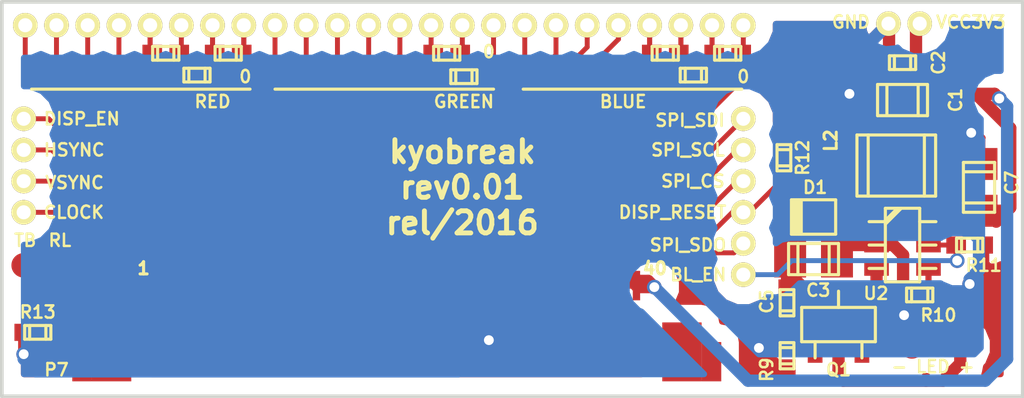
<source format=kicad_pcb>
(kicad_pcb (version 4) (host pcbnew 4.0.4-stable)

  (general
    (links 86)
    (no_connects 0)
    (area 140.386999 79.426999 182.066001 95.642501)
    (thickness 1.6)
    (drawings 29)
    (tracks 391)
    (zones 0)
    (modules 33)
    (nets 44)
  )

  (page A4)
  (title_block
    (title kyobreak)
    (date 2016-10-06)
    (rev 0.01)
    (company "1rel interactive")
  )

  (layers
    (0 F.Cu signal)
    (31 B.Cu signal)
    (32 B.Adhes user)
    (33 F.Adhes user)
    (34 B.Paste user)
    (35 F.Paste user)
    (36 B.SilkS user)
    (37 F.SilkS user)
    (38 B.Mask user)
    (39 F.Mask user)
    (40 Dwgs.User user)
    (41 Cmts.User user)
    (42 Eco1.User user)
    (43 Eco2.User user)
    (44 Edge.Cuts user)
    (45 Margin user)
    (46 B.CrtYd user)
    (47 F.CrtYd user)
    (48 B.Fab user)
    (49 F.Fab user)
  )

  (setup
    (last_trace_width 0.25)
    (user_trace_width 0.2)
    (user_trace_width 0.25)
    (user_trace_width 0.3)
    (user_trace_width 0.35)
    (user_trace_width 0.4)
    (user_trace_width 0.45)
    (user_trace_width 0.5)
    (trace_clearance 0.1)
    (zone_clearance 0.7)
    (zone_45_only yes)
    (trace_min 0.2)
    (segment_width 0.2)
    (edge_width 0.15)
    (via_size 0.6)
    (via_drill 0.4)
    (via_min_size 0.4)
    (via_min_drill 0.3)
    (uvia_size 0.3)
    (uvia_drill 0.1)
    (uvias_allowed no)
    (uvia_min_size 0.2)
    (uvia_min_drill 0.1)
    (pcb_text_width 0.3)
    (pcb_text_size 1.5 1.5)
    (mod_edge_width 0.15)
    (mod_text_size 1 1)
    (mod_text_width 0.15)
    (pad_size 1.524 1.524)
    (pad_drill 0.762)
    (pad_to_mask_clearance 0.2)
    (aux_axis_origin 0 0)
    (visible_elements FFFFFF7F)
    (pcbplotparams
      (layerselection 0x00030_80000001)
      (usegerberextensions false)
      (excludeedgelayer true)
      (linewidth 0.100000)
      (plotframeref false)
      (viasonmask false)
      (mode 1)
      (useauxorigin false)
      (hpglpennumber 1)
      (hpglpenspeed 20)
      (hpglpendiameter 15)
      (hpglpenoverlay 2)
      (psnegative false)
      (psa4output false)
      (plotreference true)
      (plotvalue true)
      (plotinvisibletext false)
      (padsonsilk false)
      (subtractmaskfromsilk false)
      (outputformat 1)
      (mirror false)
      (drillshape 0)
      (scaleselection 1)
      (outputdirectory ""))
  )

  (net 0 "")
  (net 1 R0)
  (net 2 R1)
  (net 3 R2)
  (net 4 R3)
  (net 5 R4)
  (net 6 R5)
  (net 7 R6)
  (net 8 R7)
  (net 9 G0)
  (net 10 G1)
  (net 11 G2)
  (net 12 G3)
  (net 13 G4)
  (net 14 G5)
  (net 15 G6)
  (net 16 G7)
  (net 17 B0)
  (net 18 B1)
  (net 19 B2)
  (net 20 B3)
  (net 21 B4)
  (net 22 B5)
  (net 23 B6)
  (net 24 B7)
  (net 25 GND)
  (net 26 VSYNC)
  (net 27 HSYNC)
  (net 28 CLOCK)
  (net 29 BACKL_EN)
  (net 30 V_LED_CATHODE)
  (net 31 V_LED_ANODE)
  (net 32 "Net-(C5-Pad2)")
  (net 33 "Net-(R10-Pad1)")
  (net 34 DISP_ENABLE)
  (net 35 /LED_VIN)
  (net 36 VCC)
  (net 37 TB)
  (net 38 RL)
  (net 39 SPI_SDO)
  (net 40 DISP_RESET)
  (net 41 SPI_CS)
  (net 42 SPI_SCL)
  (net 43 SPI_SDI)

  (net_class Default "This is the default net class."
    (clearance 0.1)
    (trace_width 0.25)
    (via_dia 0.6)
    (via_drill 0.4)
    (uvia_dia 0.3)
    (uvia_drill 0.1)
    (add_net "Net-(C5-Pad2)")
    (add_net "Net-(R10-Pad1)")
  )

  (net_class PWR ""
    (clearance 0.1)
    (trace_width 0.35)
    (via_dia 0.6)
    (via_drill 0.4)
    (uvia_dia 0.3)
    (uvia_drill 0.1)
    (add_net /LED_VIN)
  )

  (net_class PWRBIG ""
    (clearance 0.1)
    (trace_width 0.5)
    (via_dia 0.6)
    (via_drill 0.4)
    (uvia_dia 0.3)
    (uvia_drill 0.1)
    (add_net GND)
    (add_net VCC)
    (add_net V_LED_ANODE)
    (add_net V_LED_CATHODE)
  )

  (net_class SIG ""
    (clearance 0.1)
    (trace_width 0.2)
    (via_dia 0.6)
    (via_drill 0.4)
    (uvia_dia 0.3)
    (uvia_drill 0.1)
    (add_net B0)
    (add_net B1)
    (add_net B2)
    (add_net B3)
    (add_net B4)
    (add_net B5)
    (add_net B6)
    (add_net B7)
    (add_net BACKL_EN)
    (add_net CLOCK)
    (add_net DISP_ENABLE)
    (add_net DISP_RESET)
    (add_net G0)
    (add_net G1)
    (add_net G2)
    (add_net G3)
    (add_net G4)
    (add_net G5)
    (add_net G6)
    (add_net G7)
    (add_net HSYNC)
    (add_net R0)
    (add_net R1)
    (add_net R2)
    (add_net R3)
    (add_net R4)
    (add_net R5)
    (add_net R6)
    (add_net R7)
    (add_net RL)
    (add_net SPI_CS)
    (add_net SPI_SCL)
    (add_net SPI_SDI)
    (add_net SPI_SDO)
    (add_net TB)
    (add_net VSYNC)
  )

  (module mylib:pin_header_8x1_1.27mm_pitch (layer F.Cu) (tedit 57F18C09) (tstamp 57EF2EE3)
    (at 166.1795 80.4545 180)
    (path /57EEE166)
    (fp_text reference P3 (at 0.635 1.2065 180) (layer F.SilkS) hide
      (effects (font (size 0.50038 0.50038) (thickness 0.1)))
    )
    (fp_text value CONN_8 (at 0 2.54 180) (layer F.Fab) hide
      (effects (font (size 1 1) (thickness 0.15)))
    )
    (pad 1 thru_hole circle (at -4.445 0 180) (size 1 1) (drill 0.573) (layers *.Cu *.Mask F.SilkS)
      (net 17 B0))
    (pad 2 thru_hole circle (at -3.175 0 180) (size 1 1) (drill 0.573) (layers *.Cu *.Mask F.SilkS)
      (net 18 B1))
    (pad 3 thru_hole circle (at -1.905 0 180) (size 1 1) (drill 0.573) (layers *.Cu *.Mask F.SilkS)
      (net 19 B2))
    (pad 4 thru_hole circle (at -0.635 0 180) (size 1 1) (drill 0.573) (layers *.Cu *.Mask F.SilkS)
      (net 20 B3))
    (pad 5 thru_hole circle (at 0.635 0 180) (size 1 1) (drill 0.573) (layers *.Cu *.Mask F.SilkS)
      (net 21 B4))
    (pad 6 thru_hole circle (at 1.905 0 180) (size 1 1) (drill 0.573) (layers *.Cu *.Mask F.SilkS)
      (net 22 B5))
    (pad 7 thru_hole circle (at 3.175 0 180) (size 1 1) (drill 0.573) (layers *.Cu *.Mask F.SilkS)
      (net 23 B6))
    (pad 8 thru_hole circle (at 4.445 0 180) (size 1 1) (drill 0.573) (layers *.Cu *.Mask F.SilkS)
      (net 24 B7))
  )

  (module w_smd_trans:sot23-6 (layer F.Cu) (tedit 57F1D021) (tstamp 57EF2D5B)
    (at 177.1015 89.408 270)
    (descr SOT23-6)
    (path /57F05094)
    (fp_text reference U2 (at 1.9685 1.0795 360) (layer F.SilkS)
      (effects (font (size 0.50038 0.5) (thickness 0.09906)))
    )
    (fp_text value LT1932 (at 0 0 270) (layer F.SilkS) hide
      (effects (font (size 0.50038 0.50038) (thickness 0.09906)))
    )
    (fp_line (start -0.8509 0.6985) (end -1.4986 0.0508) (layer F.SilkS) (width 0.127))
    (fp_line (start -1.0033 0.6985) (end -1.4986 0.2032) (layer F.SilkS) (width 0.127))
    (fp_line (start 0 -0.6985) (end 0 -1.3589) (layer F.SilkS) (width 0.127))
    (fp_line (start 0.9525 -0.6985) (end 0.9525 -1.3589) (layer F.SilkS) (width 0.127))
    (fp_line (start -0.9525 -0.6985) (end -0.9525 -1.3589) (layer F.SilkS) (width 0.127))
    (fp_line (start 0 0.6985) (end 0 1.3589) (layer F.SilkS) (width 0.127))
    (fp_line (start 0.9525 0.6985) (end 0.9525 1.3589) (layer F.SilkS) (width 0.127))
    (fp_line (start -0.9525 0.6985) (end -0.9525 1.3589) (layer F.SilkS) (width 0.127))
    (fp_line (start -1.4986 -0.6985) (end 1.4986 -0.6985) (layer F.SilkS) (width 0.127))
    (fp_line (start 1.4986 -0.6985) (end 1.4986 0.6985) (layer F.SilkS) (width 0.127))
    (fp_line (start 1.4986 0.6985) (end -1.4986 0.6985) (layer F.SilkS) (width 0.127))
    (fp_line (start -1.4986 0.6985) (end -1.4986 -0.6985) (layer F.SilkS) (width 0.127))
    (pad 1 smd rect (at -0.9525 1.05664 270) (size 0.59944 1.00076) (layers F.Cu F.Paste F.Mask)
      (net 35 /LED_VIN))
    (pad 3 smd rect (at 0.9525 1.05664 270) (size 0.59944 1.00076) (layers F.Cu F.Paste F.Mask)
      (net 30 V_LED_CATHODE))
    (pad 2 smd rect (at 0 1.05664 270) (size 0.59944 1.00076) (layers F.Cu F.Paste F.Mask)
      (net 25 GND))
    (pad 4 smd rect (at 0.9525 -1.05664 270) (size 0.59944 1.00076) (layers F.Cu F.Paste F.Mask)
      (net 33 "Net-(R10-Pad1)"))
    (pad 6 smd rect (at -0.9525 -1.05664 270) (size 0.59944 1.00076) (layers F.Cu F.Paste F.Mask)
      (net 36 VCC))
    (pad 5 smd rect (at 0 -1.05664 270) (size 0.59944 1.00076) (layers F.Cu F.Paste F.Mask)
      (net 29 BACKL_EN))
    (model walter/smd_trans/sot23-6.wrl
      (at (xyz 0 0 0))
      (scale (xyz 1 1 1))
      (rotate (xyz 0 0 0))
    )
  )

  (module w_smd_diode:sod323 (layer F.Cu) (tedit 57F1C801) (tstamp 57EF2D34)
    (at 173.482 88.265 180)
    (descr SOD323)
    (path /57F0867B)
    (fp_text reference D1 (at -0.0635 1.2065 180) (layer F.SilkS)
      (effects (font (size 0.5 0.5) (thickness 0.1)))
    )
    (fp_text value DIODESCH (at 0 1.19888 180) (layer F.SilkS) hide
      (effects (font (size 0.39878 0.39878) (thickness 0.09906)))
    )
    (fp_line (start 0.8001 -0.70104) (end 0.8001 0.70104) (layer F.SilkS) (width 0.127))
    (fp_line (start 0.70104 0.70104) (end 0.70104 -0.70104) (layer F.SilkS) (width 0.127))
    (fp_line (start 0.59944 -0.70104) (end 0.59944 0.70104) (layer F.SilkS) (width 0.127))
    (fp_line (start 0.50038 -0.70104) (end 0.50038 0.70104) (layer F.SilkS) (width 0.127))
    (fp_line (start 0.89916 -0.70104) (end -0.89916 -0.70104) (layer F.SilkS) (width 0.127))
    (fp_line (start -0.89916 -0.70104) (end -0.89916 0.70104) (layer F.SilkS) (width 0.127))
    (fp_line (start -0.89916 0.70104) (end 0.89916 0.70104) (layer F.SilkS) (width 0.127))
    (fp_line (start 0.89916 0.70104) (end 0.89916 -0.70104) (layer F.SilkS) (width 0.127))
    (pad 2 smd rect (at 1.09982 0 180) (size 1.00076 0.59944) (layers F.Cu F.Paste F.Mask)
      (net 31 V_LED_ANODE))
    (pad 1 smd rect (at -1.09982 0 180) (size 1.00076 0.59944) (layers F.Cu F.Paste F.Mask)
      (net 35 /LED_VIN))
    (model walter/smd_diode/sod323.wrl
      (at (xyz 0 0 0))
      (scale (xyz 1 1 1))
      (rotate (xyz 0 0 0))
    )
  )

  (module w_smd_resistors:r_0402 (layer F.Cu) (tedit 57F18C89) (tstamp 57EF259D)
    (at 149.6695 81.5975 180)
    (descr "SMT resistor, 0402")
    (path /57F17C6C)
    (fp_text reference R1 (at -0.3175 0.889 180) (layer F.SilkS) hide
      (effects (font (size 0.5 0.5) (thickness 0.1)))
    )
    (fp_text value 0R (at 0 0.4826 180) (layer F.SilkS) hide
      (effects (font (size 0.1524 0.1524) (thickness 0.03048)))
    )
    (fp_line (start 0.3302 -0.2794) (end 0.3302 0.2794) (layer F.SilkS) (width 0.127))
    (fp_line (start -0.3302 -0.2794) (end -0.3302 0.2794) (layer F.SilkS) (width 0.127))
    (fp_line (start -0.5334 -0.2794) (end -0.5334 0.2794) (layer F.SilkS) (width 0.127))
    (fp_line (start -0.5334 0.2794) (end 0.5334 0.2794) (layer F.SilkS) (width 0.127))
    (fp_line (start 0.5334 0.2794) (end 0.5334 -0.2794) (layer F.SilkS) (width 0.127))
    (fp_line (start 0.5334 -0.2794) (end -0.5334 -0.2794) (layer F.SilkS) (width 0.127))
    (pad 1 smd rect (at 0.54864 0 180) (size 0.8001 0.6985) (layers F.Cu F.Paste F.Mask)
      (net 2 R1))
    (pad 2 smd rect (at -0.54864 0 180) (size 0.8001 0.6985) (layers F.Cu F.Paste F.Mask)
      (net 1 R0))
    (model walter/smd_resistors/r_0402.wrl
      (at (xyz 0 0 0))
      (scale (xyz 1 1 1))
      (rotate (xyz 0 0 0))
    )
  )

  (module w_smd_resistors:r_0402 (layer F.Cu) (tedit 57F18C87) (tstamp 57EF25A3)
    (at 148.3995 82.4865 180)
    (descr "SMT resistor, 0402")
    (path /57F17FB0)
    (fp_text reference R2 (at 0 0.9525 180) (layer F.SilkS) hide
      (effects (font (size 0.5 0.5) (thickness 0.1)))
    )
    (fp_text value 0R (at 0 0.4826 180) (layer F.SilkS) hide
      (effects (font (size 0.1524 0.1524) (thickness 0.03048)))
    )
    (fp_line (start 0.3302 -0.2794) (end 0.3302 0.2794) (layer F.SilkS) (width 0.127))
    (fp_line (start -0.3302 -0.2794) (end -0.3302 0.2794) (layer F.SilkS) (width 0.127))
    (fp_line (start -0.5334 -0.2794) (end -0.5334 0.2794) (layer F.SilkS) (width 0.127))
    (fp_line (start -0.5334 0.2794) (end 0.5334 0.2794) (layer F.SilkS) (width 0.127))
    (fp_line (start 0.5334 0.2794) (end 0.5334 -0.2794) (layer F.SilkS) (width 0.127))
    (fp_line (start 0.5334 -0.2794) (end -0.5334 -0.2794) (layer F.SilkS) (width 0.127))
    (pad 1 smd rect (at 0.54864 0 180) (size 0.8001 0.6985) (layers F.Cu F.Paste F.Mask)
      (net 3 R2))
    (pad 2 smd rect (at -0.54864 0 180) (size 0.8001 0.6985) (layers F.Cu F.Paste F.Mask)
      (net 2 R1))
    (model walter/smd_resistors/r_0402.wrl
      (at (xyz 0 0 0))
      (scale (xyz 1 1 1))
      (rotate (xyz 0 0 0))
    )
  )

  (module w_smd_resistors:r_0402 (layer F.Cu) (tedit 57F18C84) (tstamp 57EF25A9)
    (at 147.1295 81.5975 180)
    (descr "SMT resistor, 0402")
    (path /57F18022)
    (fp_text reference R3 (at 0.9525 0.889 180) (layer F.SilkS) hide
      (effects (font (size 0.5 0.5) (thickness 0.1)))
    )
    (fp_text value 0R (at 0 0.4826 180) (layer F.SilkS) hide
      (effects (font (size 0.1524 0.1524) (thickness 0.03048)))
    )
    (fp_line (start 0.3302 -0.2794) (end 0.3302 0.2794) (layer F.SilkS) (width 0.127))
    (fp_line (start -0.3302 -0.2794) (end -0.3302 0.2794) (layer F.SilkS) (width 0.127))
    (fp_line (start -0.5334 -0.2794) (end -0.5334 0.2794) (layer F.SilkS) (width 0.127))
    (fp_line (start -0.5334 0.2794) (end 0.5334 0.2794) (layer F.SilkS) (width 0.127))
    (fp_line (start 0.5334 0.2794) (end 0.5334 -0.2794) (layer F.SilkS) (width 0.127))
    (fp_line (start 0.5334 -0.2794) (end -0.5334 -0.2794) (layer F.SilkS) (width 0.127))
    (pad 1 smd rect (at 0.54864 0 180) (size 0.8001 0.6985) (layers F.Cu F.Paste F.Mask)
      (net 4 R3))
    (pad 2 smd rect (at -0.54864 0 180) (size 0.8001 0.6985) (layers F.Cu F.Paste F.Mask)
      (net 3 R2))
    (model walter/smd_resistors/r_0402.wrl
      (at (xyz 0 0 0))
      (scale (xyz 1 1 1))
      (rotate (xyz 0 0 0))
    )
  )

  (module w_smd_resistors:r_0402 (layer F.Cu) (tedit 57F18C7E) (tstamp 57EF25AF)
    (at 159.258 82.55 180)
    (descr "SMT resistor, 0402")
    (path /57F19DC6)
    (fp_text reference R4 (at 0.4445 0.889 180) (layer F.SilkS) hide
      (effects (font (size 0.5 0.5) (thickness 0.1)))
    )
    (fp_text value 0R (at 0 0.4826 180) (layer F.SilkS) hide
      (effects (font (size 0.1524 0.1524) (thickness 0.03048)))
    )
    (fp_line (start 0.3302 -0.2794) (end 0.3302 0.2794) (layer F.SilkS) (width 0.127))
    (fp_line (start -0.3302 -0.2794) (end -0.3302 0.2794) (layer F.SilkS) (width 0.127))
    (fp_line (start -0.5334 -0.2794) (end -0.5334 0.2794) (layer F.SilkS) (width 0.127))
    (fp_line (start -0.5334 0.2794) (end 0.5334 0.2794) (layer F.SilkS) (width 0.127))
    (fp_line (start 0.5334 0.2794) (end 0.5334 -0.2794) (layer F.SilkS) (width 0.127))
    (fp_line (start 0.5334 -0.2794) (end -0.5334 -0.2794) (layer F.SilkS) (width 0.127))
    (pad 1 smd rect (at 0.54864 0 180) (size 0.8001 0.6985) (layers F.Cu F.Paste F.Mask)
      (net 10 G1))
    (pad 2 smd rect (at -0.54864 0 180) (size 0.8001 0.6985) (layers F.Cu F.Paste F.Mask)
      (net 9 G0))
    (model walter/smd_resistors/r_0402.wrl
      (at (xyz 0 0 0))
      (scale (xyz 1 1 1))
      (rotate (xyz 0 0 0))
    )
  )

  (module w_smd_resistors:r_0402 (layer F.Cu) (tedit 57F18C7C) (tstamp 57EF25B5)
    (at 158.5595 81.5975 180)
    (descr "SMT resistor, 0402")
    (path /57F19DCC)
    (fp_text reference R5 (at 0.6985 0.889 180) (layer F.SilkS) hide
      (effects (font (size 0.5 0.5) (thickness 0.1)))
    )
    (fp_text value 0R (at 0 0.4826 180) (layer F.SilkS) hide
      (effects (font (size 0.1524 0.1524) (thickness 0.03048)))
    )
    (fp_line (start 0.3302 -0.2794) (end 0.3302 0.2794) (layer F.SilkS) (width 0.127))
    (fp_line (start -0.3302 -0.2794) (end -0.3302 0.2794) (layer F.SilkS) (width 0.127))
    (fp_line (start -0.5334 -0.2794) (end -0.5334 0.2794) (layer F.SilkS) (width 0.127))
    (fp_line (start -0.5334 0.2794) (end 0.5334 0.2794) (layer F.SilkS) (width 0.127))
    (fp_line (start 0.5334 0.2794) (end 0.5334 -0.2794) (layer F.SilkS) (width 0.127))
    (fp_line (start 0.5334 -0.2794) (end -0.5334 -0.2794) (layer F.SilkS) (width 0.127))
    (pad 1 smd rect (at 0.54864 0 180) (size 0.8001 0.6985) (layers F.Cu F.Paste F.Mask)
      (net 11 G2))
    (pad 2 smd rect (at -0.54864 0 180) (size 0.8001 0.6985) (layers F.Cu F.Paste F.Mask)
      (net 10 G1))
    (model walter/smd_resistors/r_0402.wrl
      (at (xyz 0 0 0))
      (scale (xyz 1 1 1))
      (rotate (xyz 0 0 0))
    )
  )

  (module w_smd_resistors:r_0402 (layer F.Cu) (tedit 57F18C10) (tstamp 57EF25BB)
    (at 169.9895 81.5975 180)
    (descr "SMT resistor, 0402")
    (path /57F19F79)
    (fp_text reference R6 (at -0.0635 0.8255 180) (layer F.SilkS) hide
      (effects (font (size 0.5 0.5) (thickness 0.1)))
    )
    (fp_text value 0R (at 0 0.4826 180) (layer F.SilkS) hide
      (effects (font (size 0.1524 0.1524) (thickness 0.03048)))
    )
    (fp_line (start 0.3302 -0.2794) (end 0.3302 0.2794) (layer F.SilkS) (width 0.127))
    (fp_line (start -0.3302 -0.2794) (end -0.3302 0.2794) (layer F.SilkS) (width 0.127))
    (fp_line (start -0.5334 -0.2794) (end -0.5334 0.2794) (layer F.SilkS) (width 0.127))
    (fp_line (start -0.5334 0.2794) (end 0.5334 0.2794) (layer F.SilkS) (width 0.127))
    (fp_line (start 0.5334 0.2794) (end 0.5334 -0.2794) (layer F.SilkS) (width 0.127))
    (fp_line (start 0.5334 -0.2794) (end -0.5334 -0.2794) (layer F.SilkS) (width 0.127))
    (pad 1 smd rect (at 0.54864 0 180) (size 0.8001 0.6985) (layers F.Cu F.Paste F.Mask)
      (net 18 B1))
    (pad 2 smd rect (at -0.54864 0 180) (size 0.8001 0.6985) (layers F.Cu F.Paste F.Mask)
      (net 17 B0))
    (model walter/smd_resistors/r_0402.wrl
      (at (xyz 0 0 0))
      (scale (xyz 1 1 1))
      (rotate (xyz 0 0 0))
    )
  )

  (module w_smd_resistors:r_0402 (layer F.Cu) (tedit 57F18C0D) (tstamp 57EF25C1)
    (at 168.5925 82.4865 180)
    (descr "SMT resistor, 0402")
    (path /57F19F7F)
    (fp_text reference R7 (at 0 0.889 180) (layer F.SilkS) hide
      (effects (font (size 0.5 0.5) (thickness 0.1)))
    )
    (fp_text value 0R (at 0 0.4826 180) (layer F.SilkS) hide
      (effects (font (size 0.1524 0.1524) (thickness 0.03048)))
    )
    (fp_line (start 0.3302 -0.2794) (end 0.3302 0.2794) (layer F.SilkS) (width 0.127))
    (fp_line (start -0.3302 -0.2794) (end -0.3302 0.2794) (layer F.SilkS) (width 0.127))
    (fp_line (start -0.5334 -0.2794) (end -0.5334 0.2794) (layer F.SilkS) (width 0.127))
    (fp_line (start -0.5334 0.2794) (end 0.5334 0.2794) (layer F.SilkS) (width 0.127))
    (fp_line (start 0.5334 0.2794) (end 0.5334 -0.2794) (layer F.SilkS) (width 0.127))
    (fp_line (start 0.5334 -0.2794) (end -0.5334 -0.2794) (layer F.SilkS) (width 0.127))
    (pad 1 smd rect (at 0.54864 0 180) (size 0.8001 0.6985) (layers F.Cu F.Paste F.Mask)
      (net 19 B2))
    (pad 2 smd rect (at -0.54864 0 180) (size 0.8001 0.6985) (layers F.Cu F.Paste F.Mask)
      (net 18 B1))
    (model walter/smd_resistors/r_0402.wrl
      (at (xyz 0 0 0))
      (scale (xyz 1 1 1))
      (rotate (xyz 0 0 0))
    )
  )

  (module w_smd_resistors:r_0402 (layer F.Cu) (tedit 57F18C0B) (tstamp 57EF25C7)
    (at 167.4495 81.5975 180)
    (descr "SMT resistor, 0402")
    (path /57F19F85)
    (fp_text reference R8 (at 0.762 0.8255 180) (layer F.SilkS) hide
      (effects (font (size 0.5 0.5) (thickness 0.1)))
    )
    (fp_text value 0R (at 0 0.4826 180) (layer F.SilkS) hide
      (effects (font (size 0.1524 0.1524) (thickness 0.03048)))
    )
    (fp_line (start 0.3302 -0.2794) (end 0.3302 0.2794) (layer F.SilkS) (width 0.127))
    (fp_line (start -0.3302 -0.2794) (end -0.3302 0.2794) (layer F.SilkS) (width 0.127))
    (fp_line (start -0.5334 -0.2794) (end -0.5334 0.2794) (layer F.SilkS) (width 0.127))
    (fp_line (start -0.5334 0.2794) (end 0.5334 0.2794) (layer F.SilkS) (width 0.127))
    (fp_line (start 0.5334 0.2794) (end 0.5334 -0.2794) (layer F.SilkS) (width 0.127))
    (fp_line (start 0.5334 -0.2794) (end -0.5334 -0.2794) (layer F.SilkS) (width 0.127))
    (pad 1 smd rect (at 0.54864 0 180) (size 0.8001 0.6985) (layers F.Cu F.Paste F.Mask)
      (net 20 B3))
    (pad 2 smd rect (at -0.54864 0 180) (size 0.8001 0.6985) (layers F.Cu F.Paste F.Mask)
      (net 19 B2))
    (model walter/smd_resistors/r_0402.wrl
      (at (xyz 0 0 0))
      (scale (xyz 1 1 1))
      (rotate (xyz 0 0 0))
    )
  )

  (module w_smd_resistors:r_0402 (layer F.Cu) (tedit 57F5D90C) (tstamp 57EF25CD)
    (at 172.4025 93.9165 90)
    (descr "SMT resistor, 0402")
    (path /57F0FF1D)
    (fp_text reference R9 (at -0.5715 -0.8255 270) (layer F.SilkS)
      (effects (font (size 0.5 0.5) (thickness 0.1)))
    )
    (fp_text value 1k5 (at 0 0.4826 90) (layer F.SilkS) hide
      (effects (font (size 0.1524 0.1524) (thickness 0.03048)))
    )
    (fp_line (start 0.3302 -0.2794) (end 0.3302 0.2794) (layer F.SilkS) (width 0.127))
    (fp_line (start -0.3302 -0.2794) (end -0.3302 0.2794) (layer F.SilkS) (width 0.127))
    (fp_line (start -0.5334 -0.2794) (end -0.5334 0.2794) (layer F.SilkS) (width 0.127))
    (fp_line (start -0.5334 0.2794) (end 0.5334 0.2794) (layer F.SilkS) (width 0.127))
    (fp_line (start 0.5334 0.2794) (end 0.5334 -0.2794) (layer F.SilkS) (width 0.127))
    (fp_line (start 0.5334 -0.2794) (end -0.5334 -0.2794) (layer F.SilkS) (width 0.127))
    (pad 1 smd rect (at 0.54864 0 90) (size 0.8001 0.6985) (layers F.Cu F.Paste F.Mask)
      (net 32 "Net-(C5-Pad2)"))
    (pad 2 smd rect (at -0.54864 0 90) (size 0.8001 0.6985) (layers F.Cu F.Paste F.Mask)
      (net 25 GND))
    (model walter/smd_resistors/r_0402.wrl
      (at (xyz 0 0 0))
      (scale (xyz 1 1 1))
      (rotate (xyz 0 0 0))
    )
  )

  (module w_smd_resistors:r_0402 (layer F.Cu) (tedit 57F30985) (tstamp 57EF25D3)
    (at 177.8 91.44)
    (descr "SMT resistor, 0402")
    (path /57F0B0FA)
    (fp_text reference R10 (at 0.762 0.8255) (layer F.SilkS)
      (effects (font (size 0.5 0.5) (thickness 0.1)))
    )
    (fp_text value 1k5 (at 0 0.4826) (layer F.SilkS) hide
      (effects (font (size 0.1524 0.1524) (thickness 0.03048)))
    )
    (fp_line (start 0.3302 -0.2794) (end 0.3302 0.2794) (layer F.SilkS) (width 0.127))
    (fp_line (start -0.3302 -0.2794) (end -0.3302 0.2794) (layer F.SilkS) (width 0.127))
    (fp_line (start -0.5334 -0.2794) (end -0.5334 0.2794) (layer F.SilkS) (width 0.127))
    (fp_line (start -0.5334 0.2794) (end 0.5334 0.2794) (layer F.SilkS) (width 0.127))
    (fp_line (start 0.5334 0.2794) (end 0.5334 -0.2794) (layer F.SilkS) (width 0.127))
    (fp_line (start 0.5334 -0.2794) (end -0.5334 -0.2794) (layer F.SilkS) (width 0.127))
    (pad 1 smd rect (at 0.54864 0) (size 0.8001 0.6985) (layers F.Cu F.Paste F.Mask)
      (net 33 "Net-(R10-Pad1)"))
    (pad 2 smd rect (at -0.54864 0) (size 0.8001 0.6985) (layers F.Cu F.Paste F.Mask)
      (net 25 GND))
    (model walter/smd_resistors/r_0402.wrl
      (at (xyz 0 0 0))
      (scale (xyz 1 1 1))
      (rotate (xyz 0 0 0))
    )
  )

  (module w_smd_resistors:r_0402 (layer F.Cu) (tedit 57F306C3) (tstamp 57EF25D9)
    (at 179.832 89.408 180)
    (descr "SMT resistor, 0402")
    (path /57F0C983)
    (fp_text reference R11 (at -0.5715 -0.8255 360) (layer F.SilkS)
      (effects (font (size 0.5 0.5) (thickness 0.1)))
    )
    (fp_text value 10k (at 0 0.4826 180) (layer F.SilkS) hide
      (effects (font (size 0.1524 0.1524) (thickness 0.03048)))
    )
    (fp_line (start 0.3302 -0.2794) (end 0.3302 0.2794) (layer F.SilkS) (width 0.127))
    (fp_line (start -0.3302 -0.2794) (end -0.3302 0.2794) (layer F.SilkS) (width 0.127))
    (fp_line (start -0.5334 -0.2794) (end -0.5334 0.2794) (layer F.SilkS) (width 0.127))
    (fp_line (start -0.5334 0.2794) (end 0.5334 0.2794) (layer F.SilkS) (width 0.127))
    (fp_line (start 0.5334 0.2794) (end 0.5334 -0.2794) (layer F.SilkS) (width 0.127))
    (fp_line (start 0.5334 -0.2794) (end -0.5334 -0.2794) (layer F.SilkS) (width 0.127))
    (pad 1 smd rect (at 0.54864 0 180) (size 0.8001 0.6985) (layers F.Cu F.Paste F.Mask)
      (net 29 BACKL_EN))
    (pad 2 smd rect (at -0.54864 0 180) (size 0.8001 0.6985) (layers F.Cu F.Paste F.Mask)
      (net 25 GND))
    (model walter/smd_resistors/r_0402.wrl
      (at (xyz 0 0 0))
      (scale (xyz 1 1 1))
      (rotate (xyz 0 0 0))
    )
  )

  (module w_smd_cap:c_0402 (layer F.Cu) (tedit 57F303E5) (tstamp 57EF2D10)
    (at 177.1015 81.9785)
    (descr "SMT capacitor, 0402")
    (path /57EF1E60)
    (fp_text reference C2 (at 1.4605 0 90) (layer F.SilkS)
      (effects (font (size 0.5 0.5) (thickness 0.1)))
    )
    (fp_text value 100n (at 0 0.4826) (layer F.SilkS) hide
      (effects (font (size 0.1524 0.1524) (thickness 0.03048)))
    )
    (fp_line (start 0.3302 -0.2794) (end 0.3302 0.2794) (layer F.SilkS) (width 0.127))
    (fp_line (start -0.3302 -0.2794) (end -0.3302 0.2794) (layer F.SilkS) (width 0.127))
    (fp_line (start -0.5334 -0.2794) (end -0.5334 0.2794) (layer F.SilkS) (width 0.127))
    (fp_line (start -0.5334 0.2794) (end 0.5334 0.2794) (layer F.SilkS) (width 0.127))
    (fp_line (start 0.5334 0.2794) (end 0.5334 -0.2794) (layer F.SilkS) (width 0.127))
    (fp_line (start 0.5334 -0.2794) (end -0.5334 -0.2794) (layer F.SilkS) (width 0.127))
    (pad 1 smd rect (at 0.54864 0) (size 0.8001 0.6985) (layers F.Cu F.Paste F.Mask)
      (net 36 VCC))
    (pad 2 smd rect (at -0.54864 0) (size 0.8001 0.6985) (layers F.Cu F.Paste F.Mask)
      (net 25 GND))
    (model walter/smd_cap/c_0402.wrl
      (at (xyz 0 0 0))
      (scale (xyz 1 1 1))
      (rotate (xyz 0 0 0))
    )
  )

  (module w_smd_cap:c_0805 (layer F.Cu) (tedit 57F5D8FB) (tstamp 57EF2D16)
    (at 173.482 89.9795 180)
    (descr "SMT capacitor, 0805")
    (path /57F0BDD5)
    (fp_text reference C3 (at -0.1905 -1.27 360) (layer F.SilkS)
      (effects (font (size 0.5 0.5) (thickness 0.1)))
    )
    (fp_text value 1u (at 0 0.9906 180) (layer F.SilkS) hide
      (effects (font (size 0.29972 0.29972) (thickness 0.06096)))
    )
    (fp_line (start 0.635 -0.635) (end 0.635 0.635) (layer F.SilkS) (width 0.127))
    (fp_line (start -0.635 -0.635) (end -0.635 0.6096) (layer F.SilkS) (width 0.127))
    (fp_line (start -1.016 -0.635) (end 1.016 -0.635) (layer F.SilkS) (width 0.127))
    (fp_line (start 1.016 -0.635) (end 1.016 0.635) (layer F.SilkS) (width 0.127))
    (fp_line (start 1.016 0.635) (end -1.016 0.635) (layer F.SilkS) (width 0.127))
    (fp_line (start -1.016 0.635) (end -1.016 -0.635) (layer F.SilkS) (width 0.127))
    (pad 1 smd rect (at 0.9525 0 180) (size 1.30048 1.4986) (layers F.Cu F.Paste F.Mask)
      (net 31 V_LED_ANODE))
    (pad 2 smd rect (at -0.9525 0 180) (size 1.30048 1.4986) (layers F.Cu F.Paste F.Mask)
      (net 25 GND))
    (model walter/smd_cap/c_0805.wrl
      (at (xyz 0 0 0))
      (scale (xyz 1 1 1))
      (rotate (xyz 0 0 0))
    )
  )

  (module w_smd_cap:c_0402 (layer F.Cu) (tedit 57F1C397) (tstamp 57EF2D22)
    (at 172.4025 91.7575 90)
    (descr "SMT capacitor, 0402")
    (path /57F0FBD2)
    (fp_text reference C5 (at 0.0508 -0.8255 90) (layer F.SilkS)
      (effects (font (size 0.5 0.5) (thickness 0.1)))
    )
    (fp_text value 47n (at 0 0.4826 90) (layer F.SilkS) hide
      (effects (font (size 0.1524 0.1524) (thickness 0.03048)))
    )
    (fp_line (start 0.3302 -0.2794) (end 0.3302 0.2794) (layer F.SilkS) (width 0.127))
    (fp_line (start -0.3302 -0.2794) (end -0.3302 0.2794) (layer F.SilkS) (width 0.127))
    (fp_line (start -0.5334 -0.2794) (end -0.5334 0.2794) (layer F.SilkS) (width 0.127))
    (fp_line (start -0.5334 0.2794) (end 0.5334 0.2794) (layer F.SilkS) (width 0.127))
    (fp_line (start 0.5334 0.2794) (end 0.5334 -0.2794) (layer F.SilkS) (width 0.127))
    (fp_line (start 0.5334 -0.2794) (end -0.5334 -0.2794) (layer F.SilkS) (width 0.127))
    (pad 1 smd rect (at 0.54864 0 90) (size 0.8001 0.6985) (layers F.Cu F.Paste F.Mask)
      (net 31 V_LED_ANODE))
    (pad 2 smd rect (at -0.54864 0 90) (size 0.8001 0.6985) (layers F.Cu F.Paste F.Mask)
      (net 32 "Net-(C5-Pad2)"))
    (model walter/smd_cap/c_0402.wrl
      (at (xyz 0 0 0))
      (scale (xyz 1 1 1))
      (rotate (xyz 0 0 0))
    )
  )

  (module w_smd_cap:c_0805 (layer F.Cu) (tedit 57F1D034) (tstamp 57EF2D2E)
    (at 180.213 87.0585 270)
    (descr "SMT capacitor, 0805")
    (path /57F0BC23)
    (fp_text reference C7 (at -0.1905 -1.3335 270) (layer F.SilkS)
      (effects (font (size 0.5 0.5) (thickness 0.1)))
    )
    (fp_text value 4u7 (at 0 0.9906 270) (layer F.SilkS) hide
      (effects (font (size 0.29972 0.29972) (thickness 0.06096)))
    )
    (fp_line (start 0.635 -0.635) (end 0.635 0.635) (layer F.SilkS) (width 0.127))
    (fp_line (start -0.635 -0.635) (end -0.635 0.6096) (layer F.SilkS) (width 0.127))
    (fp_line (start -1.016 -0.635) (end 1.016 -0.635) (layer F.SilkS) (width 0.127))
    (fp_line (start 1.016 -0.635) (end 1.016 0.635) (layer F.SilkS) (width 0.127))
    (fp_line (start 1.016 0.635) (end -1.016 0.635) (layer F.SilkS) (width 0.127))
    (fp_line (start -1.016 0.635) (end -1.016 -0.635) (layer F.SilkS) (width 0.127))
    (pad 1 smd rect (at 0.9525 0 270) (size 1.30048 1.4986) (layers F.Cu F.Paste F.Mask)
      (net 36 VCC))
    (pad 2 smd rect (at -0.9525 0 270) (size 1.30048 1.4986) (layers F.Cu F.Paste F.Mask)
      (net 25 GND))
    (model walter/smd_cap/c_0805.wrl
      (at (xyz 0 0 0))
      (scale (xyz 1 1 1))
      (rotate (xyz 0 0 0))
    )
  )

  (module mylib:pin_header_8x1_1.27mm_pitch (layer F.Cu) (tedit 57F18C83) (tstamp 57EF2ECD)
    (at 145.8595 80.4545 180)
    (path /57EEDD31)
    (fp_text reference P1 (at 1.27 1.2065 180) (layer F.SilkS) hide
      (effects (font (size 0.5 0.5) (thickness 0.1)))
    )
    (fp_text value CONN_8 (at 0 2.54 180) (layer F.Fab) hide
      (effects (font (size 1 1) (thickness 0.15)))
    )
    (pad 1 thru_hole circle (at -4.445 0 180) (size 1 1) (drill 0.573) (layers *.Cu *.Mask F.SilkS)
      (net 1 R0))
    (pad 2 thru_hole circle (at -3.175 0 180) (size 1 1) (drill 0.573) (layers *.Cu *.Mask F.SilkS)
      (net 2 R1))
    (pad 3 thru_hole circle (at -1.905 0 180) (size 1 1) (drill 0.573) (layers *.Cu *.Mask F.SilkS)
      (net 3 R2))
    (pad 4 thru_hole circle (at -0.635 0 180) (size 1 1) (drill 0.573) (layers *.Cu *.Mask F.SilkS)
      (net 4 R3))
    (pad 5 thru_hole circle (at 0.635 0 180) (size 1 1) (drill 0.573) (layers *.Cu *.Mask F.SilkS)
      (net 5 R4))
    (pad 6 thru_hole circle (at 1.905 0 180) (size 1 1) (drill 0.573) (layers *.Cu *.Mask F.SilkS)
      (net 6 R5))
    (pad 7 thru_hole circle (at 3.175 0 180) (size 1 1) (drill 0.573) (layers *.Cu *.Mask F.SilkS)
      (net 7 R6))
    (pad 8 thru_hole circle (at 4.445 0 180) (size 1 1) (drill 0.573) (layers *.Cu *.Mask F.SilkS)
      (net 8 R7))
  )

  (module mylib:pin_header_8x1_1.27mm_pitch (layer F.Cu) (tedit 57F18C79) (tstamp 57EF2ED8)
    (at 156.0195 80.4545 180)
    (path /57EEE06B)
    (fp_text reference P2 (at -0.127 1.2065 180) (layer F.SilkS) hide
      (effects (font (size 0.5 0.5) (thickness 0.1)))
    )
    (fp_text value CONN_8 (at 0 2.54 180) (layer F.Fab) hide
      (effects (font (size 1 1) (thickness 0.15)))
    )
    (pad 1 thru_hole circle (at -4.445 0 180) (size 1 1) (drill 0.573) (layers *.Cu *.Mask F.SilkS)
      (net 9 G0))
    (pad 2 thru_hole circle (at -3.175 0 180) (size 1 1) (drill 0.573) (layers *.Cu *.Mask F.SilkS)
      (net 10 G1))
    (pad 3 thru_hole circle (at -1.905 0 180) (size 1 1) (drill 0.573) (layers *.Cu *.Mask F.SilkS)
      (net 11 G2))
    (pad 4 thru_hole circle (at -0.635 0 180) (size 1 1) (drill 0.573) (layers *.Cu *.Mask F.SilkS)
      (net 12 G3))
    (pad 5 thru_hole circle (at 0.635 0 180) (size 1 1) (drill 0.573) (layers *.Cu *.Mask F.SilkS)
      (net 13 G4))
    (pad 6 thru_hole circle (at 1.905 0 180) (size 1 1) (drill 0.573) (layers *.Cu *.Mask F.SilkS)
      (net 14 G5))
    (pad 7 thru_hole circle (at 3.175 0 180) (size 1 1) (drill 0.573) (layers *.Cu *.Mask F.SilkS)
      (net 15 G6))
    (pad 8 thru_hole circle (at 4.445 0 180) (size 1 1) (drill 0.573) (layers *.Cu *.Mask F.SilkS)
      (net 16 G7))
  )

  (module mylib:pin_header_2x1_1.27mm_pitch (layer F.Cu) (tedit 57F09BF7) (tstamp 57EF2EEE)
    (at 177.165 80.391)
    (path /57EF0ADA)
    (fp_text reference P4 (at -0.152 -1.4665) (layer F.SilkS) hide
      (effects (font (size 1 1) (thickness 0.15)))
    )
    (fp_text value CONN_2 (at 0 1.905) (layer F.Fab) hide
      (effects (font (size 1 1) (thickness 0.15)))
    )
    (pad 1 thru_hole circle (at -0.635 0) (size 1 1) (drill 0.573) (layers *.Cu *.Mask F.SilkS)
      (net 25 GND))
    (pad 2 thru_hole circle (at 0.635 0) (size 1 1) (drill 0.573) (layers *.Cu *.Mask F.SilkS)
      (net 36 VCC))
  )

  (module mylib:l_1210 (layer F.Cu) (tedit 57F303D5) (tstamp 57F188F8)
    (at 176.8475 86.1695 180)
    (descr "SMT resistor, 1210")
    (path /57F083B0)
    (fp_text reference L2 (at 2.667 1.016 270) (layer F.SilkS)
      (effects (font (size 0.50038 0.50038) (thickness 0.11938)))
    )
    (fp_text value 6u8 (at 0 1.7018 180) (layer F.SilkS) hide
      (effects (font (size 0.50038 0.50038) (thickness 0.11938)))
    )
    (fp_line (start -1.6002 -1.2446) (end -1.6002 1.2446) (layer F.SilkS) (width 0.127))
    (fp_line (start 1.6002 1.2446) (end 1.6002 -1.2446) (layer F.SilkS) (width 0.127))
    (fp_line (start 1.143 -1.2446) (end 1.143 1.2446) (layer F.SilkS) (width 0.127))
    (fp_line (start -1.143 1.2446) (end -1.143 -1.2446) (layer F.SilkS) (width 0.127))
    (fp_line (start -1.6002 1.2446) (end 1.6002 1.2446) (layer F.SilkS) (width 0.127))
    (fp_line (start 1.6002 -1.2446) (end -1.6002 -1.2446) (layer F.SilkS) (width 0.127))
    (pad 1 smd rect (at 1.397 0 180) (size 1.6002 2.6924) (layers F.Cu F.Paste F.Mask)
      (net 35 /LED_VIN))
    (pad 2 smd rect (at -1.397 0 180) (size 1.6002 2.6924) (layers F.Cu F.Paste F.Mask)
      (net 36 VCC))
    (model walter/smd_inductors/inductor_smd_1008.wrl
      (at (xyz 0 0 0))
      (scale (xyz 1 1 1))
      (rotate (xyz 0 0 0))
    )
  )

  (module w_smd_cap:c_0805 (layer F.Cu) (tedit 57F1F504) (tstamp 57F1F4D3)
    (at 177.1015 83.5025)
    (descr "SMT capacitor, 0805")
    (path /57EF1CE1)
    (fp_text reference C1 (at 2.159 0 90) (layer F.SilkS)
      (effects (font (size 0.5 0.5) (thickness 0.1)))
    )
    (fp_text value 1u (at 0 0.9906) (layer F.SilkS) hide
      (effects (font (size 0.29972 0.29972) (thickness 0.06096)))
    )
    (fp_line (start 0.635 -0.635) (end 0.635 0.635) (layer F.SilkS) (width 0.127))
    (fp_line (start -0.635 -0.635) (end -0.635 0.6096) (layer F.SilkS) (width 0.127))
    (fp_line (start -1.016 -0.635) (end 1.016 -0.635) (layer F.SilkS) (width 0.127))
    (fp_line (start 1.016 -0.635) (end 1.016 0.635) (layer F.SilkS) (width 0.127))
    (fp_line (start 1.016 0.635) (end -1.016 0.635) (layer F.SilkS) (width 0.127))
    (fp_line (start -1.016 0.635) (end -1.016 -0.635) (layer F.SilkS) (width 0.127))
    (pad 1 smd rect (at 0.9525 0) (size 1.30048 1.4986) (layers F.Cu F.Paste F.Mask)
      (net 36 VCC))
    (pad 2 smd rect (at -0.9525 0) (size 1.30048 1.4986) (layers F.Cu F.Paste F.Mask)
      (net 25 GND))
    (model walter/smd_cap/c_0805.wrl
      (at (xyz 0 0 0))
      (scale (xyz 1 1 1))
      (rotate (xyz 0 0 0))
    )
  )

  (module mylib:62684-401100ALF (layer F.Cu) (tedit 57F5D81A) (tstamp 57F2D006)
    (at 156.5275 91.059)
    (path /57F2C769)
    (fp_text reference P7 (at -13.843 3.429) (layer F.SilkS)
      (effects (font (size 0.5 0.5) (thickness 0.1)))
    )
    (fp_text value T-55343GD035JU-LW-ADN (at 0.9 2.7) (layer F.Fab) hide
      (effects (font (size 1 1) (thickness 0.15)))
    )
    (fp_text user 40 (at 10.5 -0.7) (layer F.SilkS)
      (effects (font (size 0.5 0.5) (thickness 0.125)))
    )
    (fp_text user 1 (at -10.3 -0.7) (layer F.SilkS)
      (effects (font (size 0.5 0.5) (thickness 0.125)))
    )
    (pad "" connect rect (at 11.6 2.7 180) (size 1.6 2.4) (layers F.Cu F.Mask))
    (pad "" connect rect (at 12.8 3.1 180) (size 0.8 1.6) (layers F.Cu F.Mask))
    (pad "" connect rect (at -12.8 3.1) (size 0.8 1.6) (layers F.Cu F.Mask))
    (pad 1 smd rect (at -9.75 0) (size 0.3 1.2) (layers F.Cu F.Paste F.Mask)
      (net 38 RL))
    (pad 8 smd rect (at -6.25 0) (size 0.3 1.2) (layers F.Cu F.Paste F.Mask)
      (net 7 R6))
    (pad 9 smd rect (at -5.75 0) (size 0.3 1.2) (layers F.Cu F.Paste F.Mask)
      (net 6 R5))
    (pad 7 smd rect (at -6.75 0) (size 0.3 1.2) (layers F.Cu F.Paste F.Mask)
      (net 8 R7))
    (pad 6 smd rect (at -7.25 0) (size 0.3 1.2) (layers F.Cu F.Paste F.Mask)
      (net 34 DISP_ENABLE))
    (pad 2 smd rect (at -9.25 0) (size 0.3 1.2) (layers F.Cu F.Paste F.Mask)
      (net 37 TB))
    (pad 3 smd rect (at -8.75 0) (size 0.3 1.2) (layers F.Cu F.Paste F.Mask)
      (net 28 CLOCK))
    (pad 5 smd rect (at -7.75 0) (size 0.3 1.2) (layers F.Cu F.Paste F.Mask)
      (net 27 HSYNC))
    (pad 4 smd rect (at -8.25 0) (size 0.3 1.2) (layers F.Cu F.Paste F.Mask)
      (net 26 VSYNC))
    (pad 36 smd rect (at 7.75 0) (size 0.3 1.2) (layers F.Cu F.Paste F.Mask)
      (net 40 DISP_RESET))
    (pad 37 smd rect (at 8.25 0) (size 0.3 1.2) (layers F.Cu F.Paste F.Mask)
      (net 39 SPI_SDO))
    (pad 35 smd rect (at 7.25 0) (size 0.3 1.2) (layers F.Cu F.Paste F.Mask)
      (net 41 SPI_CS))
    (pad 34 smd rect (at 6.75 0) (size 0.3 1.2) (layers F.Cu F.Paste F.Mask)
      (net 42 SPI_SCL))
    (pad 38 smd rect (at 8.75 0) (size 0.3 1.2) (layers F.Cu F.Paste F.Mask)
      (net 25 GND))
    (pad 39 smd rect (at 9.25 0) (size 0.3 1.2) (layers F.Cu F.Paste F.Mask)
      (net 36 VCC))
    (pad 40 smd rect (at 9.75 0) (size 0.3 1.2) (layers F.Cu F.Paste F.Mask)
      (net 36 VCC))
    (pad 32 smd rect (at 5.75 0) (size 0.3 1.2) (layers F.Cu F.Paste F.Mask)
      (net 17 B0))
    (pad 33 smd rect (at 6.25 0) (size 0.3 1.2) (layers F.Cu F.Paste F.Mask)
      (net 43 SPI_SDI))
    (pad 31 smd rect (at 5.25 0) (size 0.3 1.2) (layers F.Cu F.Paste F.Mask)
      (net 18 B1))
    (pad 30 smd rect (at 4.75 0) (size 0.3 1.2) (layers F.Cu F.Paste F.Mask)
      (net 19 B2))
    (pad 26 smd rect (at 2.75 0) (size 0.3 1.2) (layers F.Cu F.Paste F.Mask)
      (net 23 B6))
    (pad 27 smd rect (at 3.25 0) (size 0.3 1.2) (layers F.Cu F.Paste F.Mask)
      (net 22 B5))
    (pad 29 smd rect (at 4.25 0) (size 0.3 1.2) (layers F.Cu F.Paste F.Mask)
      (net 20 B3))
    (pad 28 smd rect (at 3.75 0) (size 0.3 1.2) (layers F.Cu F.Paste F.Mask)
      (net 21 B4))
    (pad 12 smd rect (at -4.25 0) (size 0.3 1.2) (layers F.Cu F.Paste F.Mask)
      (net 3 R2))
    (pad 13 smd rect (at -3.75 0) (size 0.3 1.2) (layers F.Cu F.Paste F.Mask)
      (net 2 R1))
    (pad 11 smd rect (at -4.75 0) (size 0.3 1.2) (layers F.Cu F.Paste F.Mask)
      (net 4 R3))
    (pad 10 smd rect (at -5.25 0) (size 0.3 1.2) (layers F.Cu F.Paste F.Mask)
      (net 5 R4))
    (pad 14 smd rect (at -3.25 0) (size 0.3 1.2) (layers F.Cu F.Paste F.Mask)
      (net 1 R0))
    (pad 15 smd rect (at -2.75 0) (size 0.3 1.2) (layers F.Cu F.Paste F.Mask)
      (net 25 GND))
    (pad 17 smd rect (at -1.75 0) (size 0.3 1.2) (layers F.Cu F.Paste F.Mask)
      (net 15 G6))
    (pad 16 smd rect (at -2.25 0) (size 0.3 1.2) (layers F.Cu F.Paste F.Mask)
      (net 16 G7))
    (pad 24 smd rect (at 1.75 0) (size 0.3 1.2) (layers F.Cu F.Paste F.Mask)
      (net 25 GND))
    (pad 25 smd rect (at 2.25 0) (size 0.3 1.2) (layers F.Cu F.Paste F.Mask)
      (net 24 B7))
    (pad 23 smd rect (at 1.25 0) (size 0.3 1.2) (layers F.Cu F.Paste F.Mask)
      (net 9 G0))
    (pad 22 smd rect (at 0.75 0) (size 0.3 1.2) (layers F.Cu F.Paste F.Mask)
      (net 10 G1))
    (pad 18 smd rect (at -1.25 0) (size 0.3 1.2) (layers F.Cu F.Paste F.Mask)
      (net 14 G5))
    (pad 19 smd rect (at -0.75 0) (size 0.3 1.2) (layers F.Cu F.Paste F.Mask)
      (net 13 G4))
    (pad 21 smd rect (at 0.25 0) (size 0.3 1.2) (layers F.Cu F.Paste F.Mask)
      (net 11 G2))
    (pad 20 smd rect (at -0.25 0) (size 0.3 1.2) (layers F.Cu F.Paste F.Mask)
      (net 12 G3))
    (pad "" connect rect (at -11.6 2.7) (size 1.6 2.4) (layers F.Cu F.Mask))
  )

  (module mylib:pin_header_1x1_1.27mm_pitch_SMD (layer F.Cu) (tedit 57F30978) (tstamp 57F30732)
    (at 177.4825 93.5355)
    (path /57F4B271)
    (fp_text reference P8 (at 0 3.81) (layer F.SilkS) hide
      (effects (font (size 1 1) (thickness 0.15)))
    )
    (fp_text value CONN_1 (at 0 1.905) (layer F.Fab) hide
      (effects (font (size 1 1) (thickness 0.15)))
    )
    (pad 1 connect circle (at 0 0) (size 1 1) (layers F.Cu F.Mask)
      (net 30 V_LED_CATHODE))
  )

  (module mylib:pin_header_1x1_1.27mm_pitch_SMD (layer F.Cu) (tedit 57F3097A) (tstamp 57F30736)
    (at 179.451 93.5355)
    (path /57F4B468)
    (fp_text reference P9 (at 0 3.81) (layer F.SilkS) hide
      (effects (font (size 1 1) (thickness 0.15)))
    )
    (fp_text value CONN_1 (at 0 1.905) (layer F.Fab) hide
      (effects (font (size 1 1) (thickness 0.15)))
    )
    (pad 1 connect circle (at 0 0) (size 1 1) (layers F.Cu F.Mask)
      (net 31 V_LED_ANODE))
  )

  (module mylib:pin_header_6x1_1.27mm_pitch (layer F.Cu) (tedit 57F6253B) (tstamp 57F30A64)
    (at 170.6245 87.4395 90)
    (path /57F4F2C8)
    (fp_text reference P6 (at 0 5.08 90) (layer F.SilkS) hide
      (effects (font (size 1 1) (thickness 0.15)))
    )
    (fp_text value CONN_6 (at 0 2.54 90) (layer F.Fab) hide
      (effects (font (size 1 1) (thickness 0.15)))
    )
    (pad 1 thru_hole circle (at -3.175 0 90) (size 1 1) (drill 0.573) (layers *.Cu *.Mask F.SilkS)
      (net 29 BACKL_EN))
    (pad 2 thru_hole circle (at -1.905 0 90) (size 1 1) (drill 0.573) (layers *.Cu *.Mask F.SilkS)
      (net 39 SPI_SDO))
    (pad 3 thru_hole circle (at -0.635 0 90) (size 1 1) (drill 0.573) (layers *.Cu *.Mask F.SilkS)
      (net 40 DISP_RESET))
    (pad 4 thru_hole circle (at 0.635 0 90) (size 1 1) (drill 0.573) (layers *.Cu *.Mask F.SilkS)
      (net 41 SPI_CS))
    (pad 5 thru_hole circle (at 1.905 0 90) (size 1 1) (drill 0.573) (layers *.Cu *.Mask F.SilkS)
      (net 42 SPI_SCL))
    (pad 6 thru_hole circle (at 3.175 0 90) (size 1 1) (drill 0.573) (layers *.Cu *.Mask F.SilkS)
      (net 43 SPI_SDI))
  )

  (module w_smd_resistors:r_0402 (layer F.Cu) (tedit 57F5D883) (tstamp 57F5D89A)
    (at 172.2755 85.852 90)
    (descr "SMT resistor, 0402")
    (path /57F5D94B)
    (fp_text reference R12 (at 0 0.762 90) (layer F.SilkS)
      (effects (font (size 0.5 0.5) (thickness 0.1)))
    )
    (fp_text value 10k (at 0 0.4826 90) (layer F.SilkS) hide
      (effects (font (size 0.1524 0.1524) (thickness 0.03048)))
    )
    (fp_line (start 0.3302 -0.2794) (end 0.3302 0.2794) (layer F.SilkS) (width 0.127))
    (fp_line (start -0.3302 -0.2794) (end -0.3302 0.2794) (layer F.SilkS) (width 0.127))
    (fp_line (start -0.5334 -0.2794) (end -0.5334 0.2794) (layer F.SilkS) (width 0.127))
    (fp_line (start -0.5334 0.2794) (end 0.5334 0.2794) (layer F.SilkS) (width 0.127))
    (fp_line (start 0.5334 0.2794) (end 0.5334 -0.2794) (layer F.SilkS) (width 0.127))
    (fp_line (start 0.5334 -0.2794) (end -0.5334 -0.2794) (layer F.SilkS) (width 0.127))
    (pad 1 smd rect (at 0.54864 0 90) (size 0.8001 0.6985) (layers F.Cu F.Paste F.Mask)
      (net 25 GND))
    (pad 2 smd rect (at -0.54864 0 90) (size 0.8001 0.6985) (layers F.Cu F.Paste F.Mask)
      (net 40 DISP_RESET))
    (model walter/smd_resistors/r_0402.wrl
      (at (xyz 0 0 0))
      (scale (xyz 1 1 1))
      (rotate (xyz 0 0 0))
    )
  )

  (module w_smd_resistors:r_0402 (layer F.Cu) (tedit 57F5EF29) (tstamp 57F5D8A0)
    (at 141.9225 92.964 180)
    (descr "SMT resistor, 0402")
    (path /57F5E581)
    (fp_text reference R13 (at 0 0.8255 180) (layer F.SilkS)
      (effects (font (size 0.50038 0.50038) (thickness 0.1)))
    )
    (fp_text value 10k (at 0 0.4826 180) (layer F.SilkS) hide
      (effects (font (size 0.1524 0.1524) (thickness 0.03048)))
    )
    (fp_line (start 0.3302 -0.2794) (end 0.3302 0.2794) (layer F.SilkS) (width 0.127))
    (fp_line (start -0.3302 -0.2794) (end -0.3302 0.2794) (layer F.SilkS) (width 0.127))
    (fp_line (start -0.5334 -0.2794) (end -0.5334 0.2794) (layer F.SilkS) (width 0.127))
    (fp_line (start -0.5334 0.2794) (end 0.5334 0.2794) (layer F.SilkS) (width 0.127))
    (fp_line (start 0.5334 0.2794) (end 0.5334 -0.2794) (layer F.SilkS) (width 0.127))
    (fp_line (start 0.5334 -0.2794) (end -0.5334 -0.2794) (layer F.SilkS) (width 0.127))
    (pad 1 smd rect (at 0.54864 0 180) (size 0.8001 0.6985) (layers F.Cu F.Paste F.Mask)
      (net 25 GND))
    (pad 2 smd rect (at -0.54864 0 180) (size 0.8001 0.6985) (layers F.Cu F.Paste F.Mask)
      (net 34 DISP_ENABLE))
    (model walter/smd_resistors/r_0402.wrl
      (at (xyz 0 0 0))
      (scale (xyz 1 1 1))
      (rotate (xyz 0 0 0))
    )
  )

  (module mylib:pin_header_4x1_1.27mm_pitch (layer F.Cu) (tedit 57F5EA0C) (tstamp 57F5EA01)
    (at 141.351 86.1695 270)
    (path /57F5EAE6)
    (fp_text reference P5 (at 0 3.81 270) (layer F.SilkS) hide
      (effects (font (size 1 1) (thickness 0.15)))
    )
    (fp_text value CONN_4 (at 0 1.905 270) (layer F.Fab) hide
      (effects (font (size 1 1) (thickness 0.15)))
    )
    (pad 1 thru_hole circle (at -1.905 0 270) (size 1 1) (drill 0.573) (layers *.Cu *.Mask F.SilkS)
      (net 34 DISP_ENABLE))
    (pad 2 thru_hole circle (at -0.635 0 270) (size 1 1) (drill 0.573) (layers *.Cu *.Mask F.SilkS)
      (net 27 HSYNC))
    (pad 3 thru_hole circle (at 0.635 0 270) (size 1 1) (drill 0.573) (layers *.Cu *.Mask F.SilkS)
      (net 26 VSYNC))
    (pad 4 thru_hole circle (at 1.905 0 270) (size 1 1) (drill 0.573) (layers *.Cu *.Mask F.SilkS)
      (net 28 CLOCK))
  )

  (module mylib:pin_header_1x1_1.27mm_pitch_SMD (layer F.Cu) (tedit 57F5EEC2) (tstamp 57F5EF01)
    (at 142.621 90.2335)
    (path /57F6F464)
    (fp_text reference P10 (at 0 3.81) (layer F.SilkS) hide
      (effects (font (size 1 1) (thickness 0.15)))
    )
    (fp_text value CONN_1 (at 0 1.905) (layer F.Fab) hide
      (effects (font (size 1 1) (thickness 0.15)))
    )
    (pad 1 connect circle (at 0 0) (size 1 1) (layers F.Cu F.Mask)
      (net 38 RL))
  )

  (module mylib:pin_header_1x1_1.27mm_pitch_SMD (layer F.Cu) (tedit 57F5EEC0) (tstamp 57F5EF06)
    (at 141.351 90.2335)
    (path /57F6F46A)
    (fp_text reference P11 (at 0 3.81) (layer F.SilkS) hide
      (effects (font (size 1 1) (thickness 0.15)))
    )
    (fp_text value CONN_1 (at 0 1.905) (layer F.Fab) hide
      (effects (font (size 1 1) (thickness 0.15)))
    )
    (pad 1 connect circle (at 0 0) (size 1 1) (layers F.Cu F.Mask)
      (net 37 TB))
  )

  (module mylib:sot23_mod0 (layer F.Cu) (tedit 57F6252E) (tstamp 57F62774)
    (at 174.498 92.6465)
    (descr SOT23)
    (path /57F0EEF0)
    (fp_text reference Q1 (at 0 1.8415 180) (layer F.SilkS)
      (effects (font (size 0.5 0.5) (thickness 0.1)))
    )
    (fp_text value NPN (at 0 0.3302) (layer F.SilkS) hide
      (effects (font (size 0.50038 0.50038) (thickness 0.09906)))
    )
    (fp_line (start 0.9525 0.6985) (end 0.9525 1.3589) (layer F.SilkS) (width 0.127))
    (fp_line (start -0.9525 0.6985) (end -0.9525 1.3589) (layer F.SilkS) (width 0.127))
    (fp_line (start 0 -0.6985) (end 0 -1.3589) (layer F.SilkS) (width 0.127))
    (fp_line (start -1.4986 -0.6985) (end 1.4986 -0.6985) (layer F.SilkS) (width 0.127))
    (fp_line (start 1.4986 -0.6985) (end 1.4986 0.6985) (layer F.SilkS) (width 0.127))
    (fp_line (start 1.4986 0.6985) (end -1.4986 0.6985) (layer F.SilkS) (width 0.127))
    (fp_line (start -1.4986 0.6985) (end -1.4986 -0.6985) (layer F.SilkS) (width 0.127))
    (pad 2 smd rect (at -0.9525 1.05664) (size 0.59944 1.00076) (layers F.Cu F.Paste F.Mask)
      (net 32 "Net-(C5-Pad2)"))
    (pad 3 smd rect (at 0 -1.05664) (size 0.59944 1.00076) (layers F.Cu F.Paste F.Mask)
      (net 31 V_LED_ANODE))
    (pad 1 smd rect (at 0.9525 1.05664) (size 0.59944 1.00076) (layers F.Cu F.Paste F.Mask)
      (net 30 V_LED_CATHODE))
    (model walter/smd_trans/sot23.wrl
      (at (xyz 0 0 0))
      (scale (xyz 1 1 1))
      (rotate (xyz 0 0 0))
    )
  )

  (gr_text RL (at 142.3035 89.2175) (layer F.SilkS)
    (effects (font (size 0.50038 0.50038) (thickness 0.1)) (justify left))
  )
  (gr_text TB (at 140.9065 89.2175) (layer F.SilkS)
    (effects (font (size 0.50038 0.50038) (thickness 0.1)) (justify left))
  )
  (gr_text "- LED +" (at 180.086 94.361) (layer F.SilkS)
    (effects (font (size 0.50038 0.50038) (thickness 0.1)) (justify right))
  )
  (gr_text BL_EN (at 169.9895 90.6145) (layer F.SilkS)
    (effects (font (size 0.50038 0.50038) (thickness 0.1)) (justify right))
  )
  (gr_text SPI_SDO (at 169.9895 89.408) (layer F.SilkS)
    (effects (font (size 0.50038 0.50038) (thickness 0.1)) (justify right))
  )
  (gr_text DISP_RESET (at 169.9895 88.0745) (layer F.SilkS)
    (effects (font (size 0.50038 0.50038) (thickness 0.1)) (justify right))
  )
  (gr_text SPI_CS (at 169.926 86.8045) (layer F.SilkS)
    (effects (font (size 0.50038 0.50038) (thickness 0.1)) (justify right))
  )
  (gr_text SPI_SCL (at 169.926 85.5345) (layer F.SilkS)
    (effects (font (size 0.50038 0.50038) (thickness 0.1)) (justify right))
  )
  (gr_text SPI_SDI (at 169.926 84.328) (layer F.SilkS)
    (effects (font (size 0.50038 0.50038) (thickness 0.1)) (justify right))
  )
  (gr_line (start 181.991 79.502) (end 181.991 95.5675) (angle 90) (layer Edge.Cuts) (width 0.15))
  (gr_line (start 140.462 79.502) (end 140.462 95.5675) (angle 90) (layer Edge.Cuts) (width 0.15))
  (gr_line (start 140.462 79.502) (end 181.991 79.502) (angle 90) (layer Edge.Cuts) (width 0.15))
  (gr_line (start 181.991 95.5675) (end 140.462 95.5675) (angle 90) (layer Edge.Cuts) (width 0.15))
  (gr_text 0 (at 150.368 82.55) (layer F.SilkS)
    (effects (font (size 0.50038 0.50038) (thickness 0.1)))
  )
  (gr_text 0 (at 160.274 81.534) (layer F.SilkS)
    (effects (font (size 0.50038 0.50038) (thickness 0.1)))
  )
  (gr_text 0 (at 170.6245 82.55) (layer F.SilkS)
    (effects (font (size 0.50038 0.50038) (thickness 0.1)))
  )
  (gr_line (start 161.671 83.058) (end 170.561 83.058) (angle 90) (layer F.SilkS) (width 0.127))
  (gr_line (start 151.5745 83.058) (end 160.4645 83.058) (angle 90) (layer F.SilkS) (width 0.127))
  (gr_line (start 141.6685 83.058) (end 150.5585 83.058) (angle 90) (layer F.SilkS) (width 0.127))
  (gr_text BLUE (at 165.735 83.566) (layer F.SilkS)
    (effects (font (size 0.50038 0.50038) (thickness 0.1)))
  )
  (gr_text GREEN (at 159.258 83.566) (layer F.SilkS)
    (effects (font (size 0.50038 0.50038) (thickness 0.1)))
  )
  (gr_text RED (at 149.0345 83.566) (layer F.SilkS)
    (effects (font (size 0.50038 0.50038) (thickness 0.1)))
  )
  (gr_text "CLOCK\n" (at 142.113 88.0745) (layer F.SilkS)
    (effects (font (size 0.50038 0.50038) (thickness 0.1)) (justify left))
  )
  (gr_text DISP_EN (at 142.113 84.2645) (layer F.SilkS)
    (effects (font (size 0.50038 0.50038) (thickness 0.1)) (justify left))
  )
  (gr_text HSYNC (at 142.113 85.5345) (layer F.SilkS)
    (effects (font (size 0.50038 0.50038) (thickness 0.1)) (justify left))
  )
  (gr_text VSYNC (at 142.1765 86.868) (layer F.SilkS)
    (effects (font (size 0.50038 0.50038) (thickness 0.1)) (justify left))
  )
  (gr_text "kyobreak\nrev0.01\nrel/2016" (at 159.1945 87.0585) (layer F.SilkS)
    (effects (font (size 0.9 0.9) (thickness 0.2)))
  )
  (gr_text GND (at 175.8315 80.3275) (layer F.SilkS)
    (effects (font (size 0.50038 0.50038) (thickness 0.1)) (justify right))
  )
  (gr_text VCC3V3 (at 181.356 80.3275) (layer F.SilkS)
    (effects (font (size 0.50038 0.50038) (thickness 0.1)) (justify right))
  )

  (segment (start 178.054 94.9325) (end 178.054 94.869) (width 0.5) (layer F.Cu) (net 0) (tstamp 57F308C5))
  (segment (start 178.054 94.869) (end 178.054 94.9325) (width 0.5) (layer F.Cu) (net 0) (tstamp 57F308C7))
  (segment (start 150.3045 80.4545) (end 150.3045 81.51114) (width 0.2) (layer F.Cu) (net 1))
  (segment (start 150.3045 81.51114) (end 150.21814 81.5975) (width 0.2) (layer F.Cu) (net 1) (tstamp 57F2F9D0))
  (segment (start 150.3045 80.4545) (end 150.3045 81.788) (width 0.2) (layer F.Cu) (net 1) (status 10))
  (segment (start 153.2775 84.761) (end 153.2775 91.059) (width 0.2) (layer F.Cu) (net 1) (tstamp 57F2F3A4) (status 20))
  (segment (start 150.3045 81.788) (end 153.2775 84.761) (width 0.2) (layer F.Cu) (net 1) (tstamp 57F2F3A2))
  (segment (start 149.0345 80.4545) (end 149.0345 81.51114) (width 0.2) (layer F.Cu) (net 2))
  (segment (start 149.0345 81.51114) (end 149.12086 81.5975) (width 0.2) (layer F.Cu) (net 2) (tstamp 57F2F9C6))
  (segment (start 149.12086 81.5975) (end 149.12086 82.31378) (width 0.2) (layer F.Cu) (net 2))
  (segment (start 149.12086 82.31378) (end 148.88464 82.55) (width 0.2) (layer F.Cu) (net 2) (tstamp 57F2F9C2))
  (segment (start 149.0345 80.4545) (end 149.0345 81.8515) (width 0.2) (layer F.Cu) (net 2) (status 10))
  (segment (start 152.7775 85.5945) (end 152.7775 91.059) (width 0.2) (layer F.Cu) (net 2) (tstamp 57F2F39E) (status 20))
  (segment (start 149.0345 81.8515) (end 152.7775 85.5945) (width 0.2) (layer F.Cu) (net 2) (tstamp 57F2F39C))
  (segment (start 147.67814 81.5975) (end 147.67814 82.31378) (width 0.2) (layer F.Cu) (net 3))
  (segment (start 147.67814 82.31378) (end 147.85086 82.4865) (width 0.2) (layer F.Cu) (net 3) (tstamp 57F2FEAD))
  (segment (start 150.3045 84.201) (end 149.6695 83.566) (width 0.2) (layer F.Cu) (net 3))
  (segment (start 148.2725 83.566) (end 147.78736 83.08086) (width 0.2) (layer F.Cu) (net 3) (tstamp 57F2FDC9))
  (segment (start 149.6695 83.566) (end 148.2725 83.566) (width 0.2) (layer F.Cu) (net 3) (tstamp 57F2FDC8))
  (segment (start 147.78736 82.55) (end 147.78736 83.08086) (width 0.2) (layer F.Cu) (net 3))
  (segment (start 147.7645 80.4545) (end 147.7645 81.51114) (width 0.2) (layer F.Cu) (net 3))
  (segment (start 147.7645 81.51114) (end 147.67814 81.5975) (width 0.2) (layer F.Cu) (net 3) (tstamp 57F2F9C9))
  (segment (start 152.2775 86.174) (end 152.2775 91.059) (width 0.2) (layer F.Cu) (net 3) (tstamp 57F2F394) (status 20))
  (segment (start 150.3045 84.201) (end 152.2775 86.174) (width 0.2) (layer F.Cu) (net 3) (tstamp 57F2FDC6))
  (segment (start 146.4945 80.4545) (end 146.4945 81.51114) (width 0.2) (layer F.Cu) (net 4))
  (segment (start 146.4945 81.51114) (end 146.58086 81.5975) (width 0.2) (layer F.Cu) (net 4) (tstamp 57F2F9CC))
  (segment (start 146.4945 80.4545) (end 146.4945 83.1215) (width 0.2) (layer F.Cu) (net 4))
  (segment (start 147.6375 84.2645) (end 149.352 84.2645) (width 0.2) (layer F.Cu) (net 4) (tstamp 57F2F974))
  (segment (start 146.4945 83.1215) (end 147.6375 84.2645) (width 0.2) (layer F.Cu) (net 4) (tstamp 57F2F972))
  (segment (start 151.7775 86.69) (end 151.7775 91.059) (width 0.2) (layer F.Cu) (net 4) (tstamp 57F2F38E) (status 20))
  (segment (start 149.352 84.2645) (end 151.7775 86.69) (width 0.2) (layer F.Cu) (net 4) (tstamp 57F2F978))
  (segment (start 145.2245 80.4545) (end 145.2245 82.8675) (width 0.2) (layer F.Cu) (net 5))
  (segment (start 147.32 84.963) (end 149.1615 84.963) (width 0.2) (layer F.Cu) (net 5) (tstamp 57F2F96C))
  (segment (start 145.2245 82.8675) (end 147.32 84.963) (width 0.2) (layer F.Cu) (net 5) (tstamp 57F2F96A))
  (segment (start 151.2775 87.079) (end 151.2775 91.059) (width 0.2) (layer F.Cu) (net 5) (tstamp 57F2F388) (status 20))
  (segment (start 149.1615 84.963) (end 151.2775 87.079) (width 0.2) (layer F.Cu) (net 5) (tstamp 57F2F970))
  (segment (start 143.9545 80.4545) (end 143.9545 82.55) (width 0.2) (layer F.Cu) (net 6))
  (segment (start 147.066 85.6615) (end 149.0345 85.6615) (width 0.2) (layer F.Cu) (net 6) (tstamp 57F2F964))
  (segment (start 143.9545 82.55) (end 147.066 85.6615) (width 0.2) (layer F.Cu) (net 6) (tstamp 57F2F962))
  (segment (start 150.7775 91.059) (end 150.7775 87.4045) (width 0.2) (layer F.Cu) (net 6) (status 10))
  (segment (start 150.7775 87.4045) (end 149.0345 85.6615) (width 0.2) (layer F.Cu) (net 6) (tstamp 57F2F37D))
  (segment (start 142.6845 80.4545) (end 142.6845 82.296) (width 0.2) (layer F.Cu) (net 7))
  (segment (start 146.685 86.2965) (end 148.9075 86.2965) (width 0.2) (layer F.Cu) (net 7) (tstamp 57F2F95C))
  (segment (start 142.6845 82.296) (end 146.685 86.2965) (width 0.2) (layer F.Cu) (net 7) (tstamp 57F2F95A))
  (segment (start 150.2775 87.6665) (end 150.2775 91.059) (width 0.2) (layer F.Cu) (net 7) (tstamp 57F2F379) (status 20))
  (segment (start 148.9075 86.2965) (end 150.2775 87.6665) (width 0.2) (layer F.Cu) (net 7) (tstamp 57F2F960))
  (segment (start 141.4145 80.4545) (end 141.4145 82.169) (width 0.2) (layer F.Cu) (net 8))
  (segment (start 146.2405 86.995) (end 148.6535 86.995) (width 0.2) (layer F.Cu) (net 8) (tstamp 57F2F954))
  (segment (start 141.4145 82.169) (end 146.2405 86.995) (width 0.2) (layer F.Cu) (net 8) (tstamp 57F2F952))
  (segment (start 149.7775 88.119) (end 149.7775 91.059) (width 0.2) (layer F.Cu) (net 8) (tstamp 57F2F36E) (status 20))
  (segment (start 148.6535 86.995) (end 149.7775 88.119) (width 0.2) (layer F.Cu) (net 8) (tstamp 57F2F958))
  (segment (start 159.93364 82.4865) (end 159.93364 82.57286) (width 0.2) (layer F.Cu) (net 9))
  (segment (start 159.93364 82.57286) (end 157.7775 84.729) (width 0.2) (layer F.Cu) (net 9) (tstamp 57F2FAC4))
  (segment (start 157.7775 84.729) (end 157.7775 91.059) (width 0.2) (layer F.Cu) (net 9) (tstamp 57F2FAC5))
  (segment (start 160.4645 80.4545) (end 160.4645 81.95564) (width 0.2) (layer F.Cu) (net 9))
  (segment (start 160.4645 81.95564) (end 159.93364 82.4865) (width 0.2) (layer F.Cu) (net 9) (tstamp 57F2FAC0))
  (segment (start 158.83636 82.4865) (end 158.83636 82.59064) (width 0.2) (layer F.Cu) (net 10))
  (segment (start 158.83636 82.59064) (end 157.2775 84.1495) (width 0.2) (layer F.Cu) (net 10) (tstamp 57F2FAD2))
  (segment (start 157.2775 84.1495) (end 157.2775 91.059) (width 0.2) (layer F.Cu) (net 10) (tstamp 57F2FAD3))
  (segment (start 158.83636 82.4865) (end 158.83636 81.61528) (width 0.2) (layer F.Cu) (net 10))
  (segment (start 158.83636 81.61528) (end 158.85414 81.5975) (width 0.2) (layer F.Cu) (net 10) (tstamp 57F2FACE))
  (segment (start 159.1945 80.4545) (end 159.1945 81.25714) (width 0.2) (layer F.Cu) (net 10))
  (segment (start 159.1945 81.25714) (end 158.85414 81.5975) (width 0.2) (layer F.Cu) (net 10) (tstamp 57F2FABD))
  (segment (start 159.1945 80.4545) (end 159.1945 80.7085) (width 0.2) (layer F.Cu) (net 10) (status 30))
  (segment (start 157.9245 80.4545) (end 157.9245 81.42986) (width 0.2) (layer F.Cu) (net 11))
  (segment (start 157.9245 81.42986) (end 157.75686 81.5975) (width 0.2) (layer F.Cu) (net 11) (tstamp 57F2FAAE))
  (segment (start 157.94736 81.5975) (end 157.9245 81.5975) (width 0.2) (layer F.Cu) (net 11) (status 30))
  (segment (start 157.9245 81.5975) (end 156.7815 82.7405) (width 0.2) (layer F.Cu) (net 11) (tstamp 57F2FA8B) (status 10))
  (segment (start 156.7815 82.7405) (end 156.7815 83.5025) (width 0.2) (layer F.Cu) (net 11) (tstamp 57F2FA8C))
  (segment (start 156.7815 83.5025) (end 156.7775 83.5065) (width 0.2) (layer F.Cu) (net 11) (tstamp 57F2FA90))
  (segment (start 156.7775 83.5065) (end 156.7775 91.059) (width 0.2) (layer F.Cu) (net 11) (tstamp 57F2FA2F) (status 20))
  (segment (start 157.9245 80.4545) (end 157.9245 80.8355) (width 0.2) (layer F.Cu) (net 11) (status 30))
  (segment (start 156.6545 80.4545) (end 156.6545 81.661) (width 0.2) (layer F.Cu) (net 12) (status 10))
  (segment (start 156.2775 82.038) (end 156.2775 91.059) (width 0.2) (layer F.Cu) (net 12) (tstamp 57F2F3F3) (status 20))
  (segment (start 156.6545 81.661) (end 156.2775 82.038) (width 0.2) (layer F.Cu) (net 12) (tstamp 57F2F3F2))
  (segment (start 156.6545 80.4545) (end 156.6545 80.7085) (width 0.2) (layer F.Cu) (net 12) (status 30))
  (segment (start 156.6545 80.4545) (end 156.6545 80.784502) (width 0.2) (layer F.Cu) (net 12) (status 30))
  (segment (start 155.7775 91.059) (end 155.7775 82.4985) (width 0.2) (layer F.Cu) (net 13) (status 10))
  (segment (start 155.3845 82.1055) (end 155.3845 80.4545) (width 0.2) (layer F.Cu) (net 13) (tstamp 57F2F3EF) (status 20))
  (segment (start 155.7775 82.4985) (end 155.3845 82.1055) (width 0.2) (layer F.Cu) (net 13) (tstamp 57F2F3EE))
  (segment (start 155.3845 80.4545) (end 155.3845 80.518) (width 0.2) (layer F.Cu) (net 13) (status 30))
  (segment (start 155.2775 91.059) (end 155.2775 83.0145) (width 0.2) (layer F.Cu) (net 14) (status 10))
  (segment (start 154.1145 81.8515) (end 154.1145 80.4545) (width 0.2) (layer F.Cu) (net 14) (tstamp 57F2F3EA) (status 20))
  (segment (start 155.2775 83.0145) (end 154.1145 81.8515) (width 0.2) (layer F.Cu) (net 14) (tstamp 57F2F3E8))
  (segment (start 154.1145 80.645) (end 154.1145 80.4545) (width 0.2) (layer F.Cu) (net 14) (tstamp 57F1AF7C) (status 30))
  (segment (start 153.96464 80.60436) (end 154.1145 80.4545) (width 0.2) (layer F.Cu) (net 14) (tstamp 57F07BF7) (status 30))
  (segment (start 152.8445 80.4545) (end 152.8445 81.7245) (width 0.2) (layer F.Cu) (net 15) (status 10))
  (segment (start 154.7775 83.6575) (end 154.7775 91.059) (width 0.2) (layer F.Cu) (net 15) (tstamp 57F2F3E4) (status 20))
  (segment (start 152.8445 81.7245) (end 154.7775 83.6575) (width 0.2) (layer F.Cu) (net 15) (tstamp 57F2F3E2))
  (segment (start 152.8445 80.4545) (end 152.8445 80.62214) (width 0.2) (layer F.Cu) (net 15) (status 30))
  (segment (start 152.75814 80.54086) (end 152.8445 80.4545) (width 0.2) (layer F.Cu) (net 15) (tstamp 57F07BF2) (status 30))
  (segment (start 151.5745 80.4545) (end 151.5745 81.7245) (width 0.2) (layer F.Cu) (net 16) (status 10))
  (segment (start 154.2775 84.4275) (end 154.2775 91.059) (width 0.2) (layer F.Cu) (net 16) (tstamp 57F2F3DE) (status 20))
  (segment (start 151.5745 81.7245) (end 154.2775 84.4275) (width 0.2) (layer F.Cu) (net 16) (tstamp 57F2F3DC))
  (segment (start 151.66086 80.54086) (end 151.5745 80.4545) (width 0.2) (layer F.Cu) (net 16) (tstamp 57F07BEE) (status 30))
  (segment (start 170.53814 81.5975) (end 170.53814 82.69986) (width 0.2) (layer F.Cu) (net 17))
  (segment (start 170.53814 82.69986) (end 167.005 86.233) (width 0.2) (layer F.Cu) (net 17) (tstamp 57F2FFC8))
  (segment (start 170.6245 80.4545) (end 170.6245 81.44764) (width 0.2) (layer F.Cu) (net 17))
  (segment (start 170.6245 81.44764) (end 170.47464 81.5975) (width 0.2) (layer F.Cu) (net 17) (tstamp 57F2FB24))
  (segment (start 164.0205 86.233) (end 167.005 86.233) (width 0.2) (layer F.Cu) (net 17))
  (segment (start 162.2775 91.059) (end 162.2775 87.976) (width 0.2) (layer F.Cu) (net 17) (status 10))
  (segment (start 162.2775 87.976) (end 164.0205 86.233) (width 0.2) (layer F.Cu) (net 17) (tstamp 57F2F496))
  (segment (start 170.6245 80.4545) (end 170.6245 80.4545) (width 0.2) (layer F.Cu) (net 17) (tstamp 57F2F45A) (status 20))
  (segment (start 166.1795 85.598) (end 166.5605 85.598) (width 0.2) (layer F.Cu) (net 18))
  (segment (start 166.5605 85.598) (end 169.3545 82.804) (width 0.2) (layer F.Cu) (net 18) (tstamp 57F2FF1D))
  (segment (start 169.37736 81.5975) (end 169.37736 82.37728) (width 0.2) (layer F.Cu) (net 18))
  (segment (start 169.37736 82.37728) (end 169.20464 82.55) (width 0.2) (layer F.Cu) (net 18) (tstamp 57F2FB18))
  (segment (start 169.3545 80.4545) (end 169.3545 81.57464) (width 0.2) (layer F.Cu) (net 18))
  (segment (start 169.3545 81.57464) (end 169.37736 81.5975) (width 0.2) (layer F.Cu) (net 18) (tstamp 57F2FB15))
  (segment (start 169.3545 82.804) (end 169.3545 80.4545) (width 0.2) (layer F.Cu) (net 18) (tstamp 57F2FF20))
  (segment (start 163.6395 85.598) (end 166.1795 85.598) (width 0.2) (layer F.Cu) (net 18))
  (segment (start 161.7775 91.059) (end 161.7775 87.46) (width 0.2) (layer F.Cu) (net 18) (status 10))
  (segment (start 161.7775 87.46) (end 163.6395 85.598) (width 0.2) (layer F.Cu) (net 18) (tstamp 57F2F484))
  (segment (start 169.3545 80.5815) (end 169.3545 80.4545) (width 0.2) (layer F.Cu) (net 18) (tstamp 57F2F455) (status 20))
  (segment (start 168.10736 82.55) (end 168.10736 81.70672) (width 0.2) (layer F.Cu) (net 19))
  (segment (start 168.10736 81.70672) (end 167.99814 81.5975) (width 0.2) (layer F.Cu) (net 19) (tstamp 57F2FB1B))
  (segment (start 168.0845 80.4545) (end 168.0845 81.51114) (width 0.2) (layer F.Cu) (net 19))
  (segment (start 168.0845 81.51114) (end 167.99814 81.5975) (width 0.2) (layer F.Cu) (net 19) (tstamp 57F2FB12))
  (segment (start 163.6395 84.7725) (end 165.5445 84.7725) (width 0.2) (layer F.Cu) (net 19))
  (segment (start 168.0845 82.2325) (end 168.0845 80.4545) (width 0.2) (layer F.Cu) (net 19) (tstamp 57F2F9ED))
  (segment (start 165.5445 84.7725) (end 168.0845 82.2325) (width 0.2) (layer F.Cu) (net 19) (tstamp 57F2F9EB))
  (segment (start 161.2775 91.059) (end 161.2775 87.1345) (width 0.2) (layer F.Cu) (net 19) (status 10))
  (segment (start 161.2775 87.1345) (end 163.6395 84.7725) (width 0.2) (layer F.Cu) (net 19) (tstamp 57F2F47A))
  (segment (start 168.0845 80.7085) (end 168.0845 80.4545) (width 0.2) (layer F.Cu) (net 19) (tstamp 57F2F450) (status 30))
  (segment (start 166.8145 80.4545) (end 166.8145 81.661) (width 0.2) (layer F.Cu) (net 20))
  (segment (start 166.8145 81.661) (end 164.5285 83.947) (width 0.2) (layer F.Cu) (net 20) (tstamp 57F2FFAC))
  (segment (start 166.8145 80.4545) (end 166.8145 81.51114) (width 0.2) (layer F.Cu) (net 20))
  (segment (start 166.8145 81.51114) (end 166.90086 81.5975) (width 0.2) (layer F.Cu) (net 20) (tstamp 57F2FB21))
  (segment (start 163.5125 83.947) (end 164.5285 83.947) (width 0.2) (layer F.Cu) (net 20))
  (segment (start 160.7775 91.059) (end 160.7775 86.682) (width 0.2) (layer F.Cu) (net 20) (status 10))
  (segment (start 160.7775 86.682) (end 163.5125 83.947) (width 0.2) (layer F.Cu) (net 20) (tstamp 57F2F470))
  (segment (start 165.5445 80.4545) (end 165.5445 81.026) (width 0.2) (layer F.Cu) (net 21))
  (segment (start 165.5445 81.026) (end 160.2775 86.293) (width 0.2) (layer F.Cu) (net 21) (tstamp 57F2FFA9))
  (segment (start 160.2775 91.059) (end 160.2775 86.293) (width 0.2) (layer F.Cu) (net 21) (status 10))
  (segment (start 164.2745 80.4545) (end 164.2745 81.3435) (width 0.2) (layer F.Cu) (net 22))
  (segment (start 164.2745 81.3435) (end 159.7775 85.8405) (width 0.2) (layer F.Cu) (net 22) (tstamp 57F2FFA5))
  (segment (start 159.7775 91.059) (end 159.7775 85.8405) (width 0.2) (layer F.Cu) (net 22) (status 10))
  (segment (start 162.7505 81.915) (end 162.7505 81.915) (width 0.2) (layer F.Cu) (net 23))
  (segment (start 163.0045 81.661) (end 163.0045 80.4545) (width 0.2) (layer F.Cu) (net 23) (tstamp 57F2FA18))
  (segment (start 162.7505 81.915) (end 163.0045 81.661) (width 0.2) (layer F.Cu) (net 23) (tstamp 57F2FA17))
  (segment (start 159.2775 91.059) (end 159.2775 85.388) (width 0.2) (layer F.Cu) (net 23) (status 10))
  (segment (start 163.0045 80.772) (end 163.0045 80.4545) (width 0.2) (layer F.Cu) (net 23) (tstamp 57F2F43C) (status 30))
  (segment (start 159.2775 85.388) (end 162.7505 81.915) (width 0.2) (layer F.Cu) (net 23) (tstamp 57F2F43A) (status 20))
  (segment (start 158.7775 91.059) (end 158.7775 84.999) (width 0.2) (layer F.Cu) (net 24) (status 10))
  (segment (start 161.7345 82.042) (end 161.7345 80.4545) (width 0.2) (layer F.Cu) (net 24) (tstamp 57F2F437) (status 20))
  (segment (start 158.7775 84.999) (end 161.7345 82.042) (width 0.2) (layer F.Cu) (net 24) (tstamp 57F2F435))
  (segment (start 141.351 93.853) (end 141.351 94.0435) (width 0.5) (layer B.Cu) (net 25))
  (segment (start 141.37386 93.83014) (end 141.351 93.853) (width 0.5) (layer F.Cu) (net 25) (tstamp 57F5EF74))
  (via (at 141.351 93.853) (size 0.6) (drill 0.4) (layers F.Cu B.Cu) (net 25))
  (segment (start 141.37386 92.964) (end 141.37386 93.83014) (width 0.5) (layer F.Cu) (net 25))
  (segment (start 160.3375 93.218) (end 160.3375 92.583) (width 0.5) (layer F.Cu) (net 25) (tstamp 57F5EF82))
  (segment (start 160.274 93.2815) (end 160.3375 93.218) (width 0.5) (layer F.Cu) (net 25) (tstamp 57F5EF81))
  (via (at 160.274 93.2815) (size 0.6) (drill 0.4) (layers F.Cu B.Cu) (net 25))
  (segment (start 159.004 94.5515) (end 160.274 93.2815) (width 0.5) (layer B.Cu) (net 25) (tstamp 57F5EF7F))
  (segment (start 141.859 94.5515) (end 159.004 94.5515) (width 0.5) (layer B.Cu) (net 25) (tstamp 57F5EF7E))
  (segment (start 141.351 94.0435) (end 141.859 94.5515) (width 0.5) (layer B.Cu) (net 25) (tstamp 57F5EF7D))
  (segment (start 172.2755 85.30336) (end 172.2755 84.582) (width 0.5) (layer F.Cu) (net 25))
  (via (at 174.9425 83.2485) (size 0.6) (drill 0.4) (layers F.Cu B.Cu) (net 25))
  (segment (start 174.9425 83.2485) (end 176.2125 83.2485) (width 0.5) (layer F.Cu) (net 25))
  (segment (start 173.609 83.2485) (end 174.9425 83.2485) (width 0.5) (layer F.Cu) (net 25) (tstamp 57F5D911))
  (segment (start 172.2755 84.582) (end 173.609 83.2485) (width 0.5) (layer F.Cu) (net 25) (tstamp 57F5D910))
  (segment (start 179.832 90.9955) (end 179.832 90.805) (width 0.5) (layer B.Cu) (net 25))
  (segment (start 180.38064 90.44686) (end 179.832 90.9955) (width 0.5) (layer F.Cu) (net 25) (tstamp 57F3051B))
  (via (at 179.832 90.9955) (size 0.6) (drill 0.4) (layers F.Cu B.Cu) (net 25))
  (segment (start 180.38064 89.408) (end 180.38064 90.44686) (width 0.5) (layer F.Cu) (net 25))
  (segment (start 180.213 85.1535) (end 179.8955 84.836) (width 0.5) (layer F.Cu) (net 25) (tstamp 57F30525))
  (via (at 179.8955 84.836) (size 0.6) (drill 0.4) (layers F.Cu B.Cu) (net 25))
  (segment (start 180.213 85.1535) (end 180.213 86.106) (width 0.5) (layer F.Cu) (net 25))
  (segment (start 180.213 85.1535) (end 179.8955 84.836) (width 0.5) (layer B.Cu) (net 25) (tstamp 57F30AC8))
  (segment (start 180.213 90.424) (end 180.213 85.1535) (width 0.5) (layer B.Cu) (net 25) (tstamp 57F30AC7))
  (segment (start 179.832 90.805) (end 180.213 90.424) (width 0.5) (layer B.Cu) (net 25) (tstamp 57F30AC6))
  (segment (start 177.25136 92.17914) (end 177.165 92.2655) (width 0.5) (layer F.Cu) (net 25) (tstamp 57F30AB7))
  (segment (start 177.25136 91.44) (end 177.25136 92.17914) (width 0.5) (layer F.Cu) (net 25))
  (segment (start 177.1015 91.29014) (end 177.25136 91.44) (width 0.5) (layer F.Cu) (net 25) (tstamp 57F30AB4))
  (segment (start 177.14214 92.28836) (end 177.14214 92.30614) (width 0.5) (layer B.Cu) (net 25) (tstamp 57F30503))
  (via (at 177.165 92.2655) (size 0.6) (drill 0.4) (layers F.Cu B.Cu) (net 25))
  (segment (start 177.165 92.2655) (end 177.14214 92.28836) (width 0.5) (layer B.Cu) (net 25) (tstamp 57F30502))
  (segment (start 176.55286 81.9785) (end 176.55286 82.90814) (width 0.5) (layer F.Cu) (net 25) (status 10))
  (segment (start 176.55286 82.90814) (end 176.2125 83.2485) (width 0.5) (layer F.Cu) (net 25) (tstamp 57F3039C))
  (segment (start 171.2595 93.599) (end 171.2595 93.5355) (width 0.5) (layer F.Cu) (net 25))
  (via (at 171.2595 93.599) (size 0.6) (drill 0.4) (layers F.Cu B.Cu) (net 25))
  (segment (start 172.12564 94.46514) (end 171.2595 93.599) (width 0.5) (layer F.Cu) (net 25) (tstamp 57F302FC))
  (segment (start 171.2595 93.5355) (end 170.7515 93.0275) (width 0.5) (layer F.Cu) (net 25) (tstamp 57F3034F))
  (segment (start 172.4025 94.46514) (end 172.12564 94.46514) (width 0.5) (layer F.Cu) (net 25))
  (segment (start 176.55286 81.9785) (end 176.55286 80.41386) (width 0.5) (layer F.Cu) (net 25) (status 10))
  (segment (start 176.55286 80.41386) (end 176.53 80.391) (width 0.5) (layer F.Cu) (net 25) (tstamp 57F2F8AC))
  (segment (start 158.2775 91.059) (end 158.2775 92.301) (width 0.35) (layer F.Cu) (net 25) (status 10))
  (segment (start 158.2775 92.301) (end 158.4325 92.456) (width 0.5) (layer F.Cu) (net 25) (tstamp 57F2F519))
  (segment (start 158.4325 92.456) (end 158.5595 92.583) (width 0.5) (layer F.Cu) (net 25) (tstamp 57F2FD99))
  (segment (start 153.7775 91.059) (end 153.7775 92.1825) (width 0.35) (layer F.Cu) (net 25) (status 10))
  (segment (start 165.2775 92.088) (end 165.2775 91.059) (width 0.35) (layer F.Cu) (net 25) (tstamp 57F2F516) (status 20))
  (segment (start 164.7825 92.583) (end 165.2775 92.088) (width 0.5) (layer F.Cu) (net 25) (tstamp 57F2F515))
  (segment (start 154.178 92.583) (end 158.5595 92.583) (width 0.5) (layer F.Cu) (net 25) (tstamp 57F2F514))
  (segment (start 158.5595 92.583) (end 160.3375 92.583) (width 0.5) (layer F.Cu) (net 25) (tstamp 57F2F51C))
  (segment (start 160.3375 92.583) (end 164.7825 92.583) (width 0.5) (layer F.Cu) (net 25) (tstamp 57F5EF85))
  (segment (start 153.7775 92.1825) (end 154.178 92.583) (width 0.5) (layer F.Cu) (net 25) (tstamp 57F2F513))
  (segment (start 174.4345 89.9795) (end 174.4345 90.424) (width 0.5) (layer F.Cu) (net 25) (status 30))
  (segment (start 174.5615 89.9795) (end 174.5615 90.297) (width 0.5) (layer F.Cu) (net 25) (status 30))
  (segment (start 177.1015 91.35364) (end 177.12436 91.3765) (width 0.5) (layer F.Cu) (net 25) (tstamp 57F1D126) (status 30))
  (segment (start 176.04486 89.408) (end 176.7205 89.408) (width 0.5) (layer F.Cu) (net 25) (status 10))
  (segment (start 176.7205 89.408) (end 177.12436 89.81186) (width 0.5) (layer F.Cu) (net 25) (tstamp 57F1D069))
  (segment (start 177.12436 91.3765) (end 177.12436 89.81186) (width 0.5) (layer F.Cu) (net 25) (status 10))
  (segment (start 180.4162 89.44356) (end 180.44414 89.4715) (width 0.5) (layer F.Cu) (net 25) (tstamp 57F1CA81) (status 30))
  (segment (start 176.04486 89.408) (end 174.8155 89.408) (width 0.5) (layer F.Cu) (net 25) (status 30))
  (segment (start 174.8155 89.408) (end 174.498 89.7255) (width 0.5) (layer F.Cu) (net 25) (tstamp 57F1C9CB) (status 30))
  (segment (start 176.61636 82.84464) (end 176.2125 83.2485) (width 0.5) (layer F.Cu) (net 25) (tstamp 57F1F50E) (status 30))
  (segment (start 148.2775 91.059) (end 148.2775 89.5825) (width 0.2) (layer F.Cu) (net 26) (status 10))
  (segment (start 141.4145 86.8045) (end 142.4305 86.8045) (width 0.2) (layer F.Cu) (net 26))
  (segment (start 142.4305 86.8045) (end 144.4625 88.8365) (width 0.2) (layer F.Cu) (net 26) (tstamp 57F2F93A))
  (segment (start 144.4625 88.8365) (end 147.5315 88.8365) (width 0.2) (layer F.Cu) (net 26) (tstamp 57F2F93B))
  (segment (start 147.5315 88.8365) (end 148.2775 89.5825) (width 0.2) (layer F.Cu) (net 26) (tstamp 57F2F93F))
  (segment (start 148.7775 89.1935) (end 148.7775 91.059) (width 0.2) (layer F.Cu) (net 27) (tstamp 57F2E2B9) (status 20))
  (segment (start 141.4145 85.5345) (end 142.494 85.5345) (width 0.2) (layer F.Cu) (net 27))
  (segment (start 142.494 85.5345) (end 145.161 88.2015) (width 0.2) (layer F.Cu) (net 27) (tstamp 57F2F942))
  (segment (start 145.161 88.2015) (end 147.7855 88.2015) (width 0.2) (layer F.Cu) (net 27) (tstamp 57F2F943))
  (segment (start 147.7855 88.2015) (end 148.7775 89.1935) (width 0.2) (layer F.Cu) (net 27) (tstamp 57F2F947))
  (segment (start 141.4145 88.0745) (end 142.621 88.0745) (width 0.2) (layer F.Cu) (net 28))
  (segment (start 144.0815 89.535) (end 147.32 89.535) (width 0.2) (layer F.Cu) (net 28) (tstamp 57F2F8FA))
  (segment (start 142.621 88.0745) (end 144.0815 89.535) (width 0.2) (layer F.Cu) (net 28) (tstamp 57F2F8F9))
  (segment (start 147.32 89.535) (end 147.7775 89.9925) (width 0.2) (layer F.Cu) (net 28) (tstamp 57F2F8FE))
  (segment (start 147.7775 89.9925) (end 147.7775 91.059) (width 0.2) (layer F.Cu) (net 28) (tstamp 57F2F6B7) (status 20))
  (segment (start 170.688 90.6145) (end 172.0215 90.6145) (width 0.2) (layer B.Cu) (net 29))
  (segment (start 172.593 90.043) (end 179.324 90.043) (width 0.2) (layer B.Cu) (net 29) (tstamp 57F306BA))
  (segment (start 172.0215 90.6145) (end 172.593 90.043) (width 0.2) (layer B.Cu) (net 29) (tstamp 57F306B8))
  (segment (start 179.28336 90.00236) (end 179.28336 89.408) (width 0.2) (layer F.Cu) (net 29) (tstamp 57F306B4))
  (via (at 179.324 90.043) (size 0.6) (drill 0.4) (layers F.Cu B.Cu) (net 29))
  (segment (start 179.324 90.043) (end 179.28336 90.00236) (width 0.2) (layer F.Cu) (net 29) (tstamp 57F306B3))
  (segment (start 179.28336 89.408) (end 178.15814 89.408) (width 0.2) (layer F.Cu) (net 29) (status 30))
  (segment (start 179.33416 89.4588) (end 179.34686 89.4715) (width 0.2) (layer F.Cu) (net 29) (tstamp 57F1C4F0) (status 30))
  (segment (start 178.17084 89.4207) (end 178.15814 89.408) (width 0.2) (layer F.Cu) (net 29) (tstamp 57F1C4CC) (status 30))
  (segment (start 179.16906 89.4588) (end 179.2097 89.41816) (width 0.2) (layer F.Cu) (net 29) (tstamp 57F194B0) (status 30))
  (segment (start 175.4505 93.89364) (end 175.4505 93.091) (width 0.5) (layer F.Cu) (net 30))
  (segment (start 175.4505 93.091) (end 175.514 93.0275) (width 0.5) (layer F.Cu) (net 30) (tstamp 57F6278D))
  (segment (start 177.4825 93.5355) (end 176.022 93.5355) (width 0.5) (layer F.Cu) (net 30))
  (segment (start 175.514 93.0275) (end 175.514 92.35186) (width 0.5) (layer F.Cu) (net 30) (tstamp 57F308CC))
  (segment (start 176.022 93.5355) (end 175.514 93.0275) (width 0.5) (layer F.Cu) (net 30) (tstamp 57F308CB))
  (segment (start 175.514 92.7735) (end 175.514 92.35186) (width 0.5) (layer F.Cu) (net 30) (tstamp 57F30759))
  (segment (start 177.4825 93.5355) (end 177.20564 93.5355) (width 0.5) (layer F.Cu) (net 30) (status 30))
  (segment (start 175.514 92.35186) (end 175.514 92.329) (width 0.5) (layer F.Cu) (net 30) (status 30))
  (segment (start 175.514 92.329) (end 176.04486 91.79814) (width 0.5) (layer F.Cu) (net 30) (tstamp 57F1D0EB) (status 10))
  (segment (start 176.04486 90.3605) (end 176.04486 91.79814) (width 0.5) (layer F.Cu) (net 30) (status 10))
  (segment (start 175.514 92.35186) (end 175.6283 92.2147) (width 0.5) (layer F.Cu) (net 30) (status 30))
  (segment (start 174.498 94.488) (end 174.498 94.742) (width 0.5) (layer F.Cu) (net 31))
  (segment (start 174.498 94.742) (end 174.6885 94.9325) (width 0.5) (layer F.Cu) (net 31) (tstamp 57F627A1))
  (segment (start 174.498 91.78036) (end 174.498 94.488) (width 0.5) (layer F.Cu) (net 31))
  (segment (start 179.451 94.234) (end 179.451 93.5355) (width 0.5) (layer F.Cu) (net 31) (tstamp 57F62798))
  (segment (start 178.7525 94.9325) (end 179.451 94.234) (width 0.5) (layer F.Cu) (net 31) (tstamp 57F62797))
  (segment (start 174.6885 94.9325) (end 178.7525 94.9325) (width 0.5) (layer F.Cu) (net 31) (tstamp 57F62796))
  (segment (start 174.498 94.742) (end 174.6885 94.9325) (width 0.5) (layer F.Cu) (net 31) (tstamp 57F62795))
  (segment (start 179.451 93.5355) (end 179.451 93.7895) (width 0.5) (layer F.Cu) (net 31) (status 30))
  (segment (start 172.44568 88.3285) (end 172.44568 89.76868) (width 0.5) (layer F.Cu) (net 31) (status 30))
  (segment (start 172.44568 89.76868) (end 172.6565 89.9795) (width 0.5) (layer F.Cu) (net 31) (tstamp 57F1D11D) (status 30))
  (segment (start 172.44568 89.76868) (end 172.6565 89.9795) (width 0.5) (layer F.Cu) (net 31) (tstamp 57F1D118) (status 30))
  (segment (start 172.4025 91.20886) (end 172.4025 90.2335) (width 0.5) (layer F.Cu) (net 31) (status 30))
  (segment (start 172.4025 90.2335) (end 172.6565 89.9795) (width 0.5) (layer F.Cu) (net 31) (tstamp 57F1CDB7) (status 30))
  (segment (start 172.50918 89.83218) (end 172.6565 89.9795) (width 0.5) (layer F.Cu) (net 31) (tstamp 57F1CDB2) (status 30))
  (segment (start 172.6565 89.9795) (end 172.6565 90.7415) (width 0.5) (layer F.Cu) (net 31) (status 30))
  (segment (start 172.6565 90.7415) (end 173.6725 91.7575) (width 0.5) (layer F.Cu) (net 31) (tstamp 57F1CC22) (status 10))
  (segment (start 174.5615 91.7575) (end 174.5615 91.7575) (width 0.5) (layer F.Cu) (net 31) (tstamp 57F1CC24))
  (segment (start 173.6725 91.7575) (end 174.5615 91.7575) (width 0.5) (layer F.Cu) (net 31) (tstamp 57F1CC23))
  (segment (start 172.6565 89.9795) (end 172.6565 90.297) (width 0.5) (layer F.Cu) (net 31) (status 30))
  (segment (start 172.4025 90.2335) (end 172.6565 89.9795) (width 0.5) (layer F.Cu) (net 31) (tstamp 57F1CB14) (status 30))
  (segment (start 172.4025 90.2335) (end 172.6565 89.9795) (width 0.5) (layer F.Cu) (net 31) (tstamp 57F1CB0D) (status 30))
  (segment (start 172.593 88.28532) (end 172.57268 88.265) (width 0.5) (layer F.Cu) (net 31) (tstamp 57F1CAB3) (status 30))
  (segment (start 172.63618 89.95918) (end 172.6565 89.9795) (width 0.5) (layer F.Cu) (net 31) (tstamp 57F1CA09) (status 30))
  (segment (start 173.5455 93.89364) (end 173.5455 93.345) (width 0.25) (layer F.Cu) (net 32))
  (segment (start 173.0375 92.837) (end 172.4025 92.837) (width 0.25) (layer F.Cu) (net 32) (tstamp 57F627B1))
  (segment (start 173.5455 93.345) (end 173.0375 92.837) (width 0.25) (layer F.Cu) (net 32) (tstamp 57F627B0))
  (segment (start 173.5455 93.89364) (end 173.5455 93.726) (width 0.25) (layer F.Cu) (net 32))
  (segment (start 172.4025 93.36786) (end 172.4025 92.837) (width 0.25) (layer F.Cu) (net 32) (status 30))
  (segment (start 172.4025 92.837) (end 172.4025 92.17914) (width 0.25) (layer F.Cu) (net 32) (tstamp 57F6278B) (status 30))
  (segment (start 172.466 93.30436) (end 172.4025 93.36786) (width 0.25) (layer F.Cu) (net 32) (tstamp 57F1CA46) (status 30))
  (segment (start 172.4025 93.1164) (end 172.4025 93.36786) (width 0.25) (layer F.Cu) (net 32) (tstamp 57F1C6C7) (status 30))
  (segment (start 172.4025 93.36786) (end 172.4025 93.24086) (width 0.25) (layer F.Cu) (net 32) (status 30))
  (segment (start 178.15814 90.3605) (end 178.15814 91.313) (width 0.25) (layer F.Cu) (net 33) (status 30))
  (segment (start 178.15814 91.313) (end 178.22164 91.3765) (width 0.25) (layer F.Cu) (net 33) (tstamp 57F1C5EB) (status 30))
  (segment (start 178.36134 91.30792) (end 178.2572 91.41206) (width 0.25) (layer F.Cu) (net 33) (tstamp 57F1BFAE) (status 30))
  (segment (start 178.15814 90.3605) (end 178.15814 90.4875) (width 0.25) (layer F.Cu) (net 33) (status 30))
  (segment (start 178.2765 90.47886) (end 178.15814 90.3605) (width 0.25) (layer F.Cu) (net 33) (tstamp 57F0682F) (status 30))
  (segment (start 142.47114 92.964) (end 143.0655 92.964) (width 0.2) (layer F.Cu) (net 34))
  (segment (start 143.0655 92.964) (end 144.0815 91.948) (width 0.2) (layer F.Cu) (net 34) (tstamp 57F5EEB2))
  (segment (start 144.0815 91.948) (end 145.669 91.948) (width 0.2) (layer F.Cu) (net 34) (tstamp 57F5EEB3))
  (segment (start 149.2775 91.059) (end 149.2775 92.0225) (width 0.2) (layer F.Cu) (net 34))
  (segment (start 145.669 91.948) (end 144.0815 91.948) (width 0.2) (layer F.Cu) (net 34) (tstamp 57F5EE5B))
  (segment (start 146.6215 92.9005) (end 145.669 91.948) (width 0.2) (layer F.Cu) (net 34) (tstamp 57F5EE59))
  (segment (start 148.3995 92.9005) (end 146.6215 92.9005) (width 0.2) (layer F.Cu) (net 34) (tstamp 57F5EE57))
  (segment (start 149.2775 92.0225) (end 148.3995 92.9005) (width 0.2) (layer F.Cu) (net 34) (tstamp 57F5EE55))
  (segment (start 142.621 92.964) (end 142.47114 92.964) (width 0.2) (layer F.Cu) (net 34) (tstamp 57F5EE5E) (status 30))
  (segment (start 141.4145 84.2645) (end 142.367 84.2645) (width 0.2) (layer F.Cu) (net 34))
  (segment (start 142.367 84.2645) (end 145.7325 87.63) (width 0.2) (layer F.Cu) (net 34) (tstamp 57F2F94A))
  (segment (start 145.7325 87.63) (end 148.2935 87.63) (width 0.2) (layer F.Cu) (net 34) (tstamp 57F2F94B))
  (segment (start 148.2935 87.63) (end 149.2775 88.614) (width 0.2) (layer F.Cu) (net 34) (tstamp 57F2F94F))
  (segment (start 149.2775 88.614) (end 149.2775 91.059) (width 0.2) (layer F.Cu) (net 34) (tstamp 57F2E2BF) (status 20))
  (segment (start 176.04486 88.4555) (end 174.77232 88.4555) (width 0.35) (layer F.Cu) (net 35) (status 30))
  (segment (start 174.77232 88.4555) (end 174.64532 88.3285) (width 0.35) (layer F.Cu) (net 35) (tstamp 57F1D1B5) (status 30))
  (segment (start 176.04486 88.4555) (end 176.04486 86.63686) (width 0.35) (layer F.Cu) (net 35) (status 30))
  (segment (start 176.04486 86.63686) (end 175.7045 86.2965) (width 0.35) (layer F.Cu) (net 35) (tstamp 57F1D0C2) (status 30))
  (segment (start 176.10836 86.70036) (end 175.7045 86.2965) (width 0.35) (layer F.Cu) (net 35) (tstamp 57F1CDA5) (status 30))
  (segment (start 176.07026 86.86546) (end 175.5394 86.3346) (width 0.35) (layer F.Cu) (net 35) (tstamp 57F1C4E5) (status 30))
  (segment (start 176.03736 88.448) (end 176.04486 88.4555) (width 0.35) (layer F.Cu) (net 35) (tstamp 57F068A8) (status 30))
  (segment (start 178.15814 88.4555) (end 179.197 88.4555) (width 0.5) (layer F.Cu) (net 36))
  (segment (start 179.197 88.4555) (end 179.6415 88.011) (width 0.5) (layer F.Cu) (net 36) (tstamp 57F3042E))
  (segment (start 179.6415 88.011) (end 180.213 88.011) (width 0.5) (layer F.Cu) (net 36) (tstamp 57F3042F))
  (segment (start 181.483 87.376) (end 181.483 87.757) (width 0.5) (layer F.Cu) (net 36))
  (segment (start 181.229 88.011) (end 180.213 88.011) (width 0.5) (layer F.Cu) (net 36) (tstamp 57F3042B))
  (segment (start 181.483 87.757) (end 181.229 88.011) (width 0.5) (layer F.Cu) (net 36) (tstamp 57F3042A))
  (segment (start 181.0385 83.439) (end 181.356 83.7565) (width 0.5) (layer B.Cu) (net 36))
  (segment (start 181.356 94.0435) (end 180.467 94.9325) (width 0.5) (layer B.Cu) (net 36) (tstamp 57F303CF))
  (segment (start 181.356 83.7565) (end 181.356 94.0435) (width 0.5) (layer B.Cu) (net 36) (tstamp 57F303CE))
  (segment (start 179.8955 83.2485) (end 180.848 83.2485) (width 0.5) (layer F.Cu) (net 36))
  (via (at 181.0385 83.439) (size 0.6) (drill 0.4) (layers F.Cu B.Cu) (net 36))
  (segment (start 180.848 83.2485) (end 181.0385 83.439) (width 0.5) (layer F.Cu) (net 36) (tstamp 57F303B0))
  (segment (start 178.1175 83.2485) (end 179.8955 83.2485) (width 0.5) (layer F.Cu) (net 36))
  (segment (start 179.8955 83.2485) (end 180.086 83.2485) (width 0.5) (layer F.Cu) (net 36) (tstamp 57F303AE))
  (segment (start 180.086 83.2485) (end 181.483 84.6455) (width 0.5) (layer F.Cu) (net 36) (tstamp 57F303A7))
  (segment (start 177.65014 81.9785) (end 177.65014 82.78114) (width 0.5) (layer F.Cu) (net 36) (status 10))
  (segment (start 177.65014 82.78114) (end 178.1175 83.2485) (width 0.5) (layer F.Cu) (net 36) (tstamp 57F303A1))
  (segment (start 167.005 91.1225) (end 166.751 90.8685) (width 0.5) (layer F.Cu) (net 36))
  (segment (start 165.968 90.8685) (end 165.7775 91.059) (width 0.25) (layer F.Cu) (net 36) (tstamp 57F3033C))
  (segment (start 166.751 90.8685) (end 165.968 90.8685) (width 0.5) (layer F.Cu) (net 36) (tstamp 57F30339))
  (segment (start 167.005 91.1225) (end 166.341 91.1225) (width 0.5) (layer F.Cu) (net 36))
  (segment (start 166.341 91.1225) (end 166.2775 91.059) (width 0.5) (layer F.Cu) (net 36) (tstamp 57F30334))
  (segment (start 166.2775 91.059) (end 165.7775 91.059) (width 0.25) (layer F.Cu) (net 36) (tstamp 57F30335))
  (via (at 167.005 91.1225) (size 0.6) (drill 0.4) (layers F.Cu B.Cu) (net 36))
  (segment (start 170.815 94.9325) (end 167.005 91.1225) (width 0.5) (layer B.Cu) (net 36) (tstamp 57F30324))
  (segment (start 180.467 94.9325) (end 170.815 94.9325) (width 0.5) (layer B.Cu) (net 36) (tstamp 57F303D2))
  (segment (start 178.15814 88.4555) (end 178.15814 86.25586) (width 0.5) (layer F.Cu) (net 36))
  (segment (start 178.15814 86.25586) (end 178.2445 86.1695) (width 0.5) (layer F.Cu) (net 36) (tstamp 57F2F8E9))
  (segment (start 178.6255 83.2485) (end 178.1175 83.2485) (width 0.5) (layer F.Cu) (net 36) (tstamp 57F2F8E2))
  (segment (start 180.213 88.011) (end 180.721 88.011) (width 0.5) (layer F.Cu) (net 36))
  (segment (start 180.9115 88.4555) (end 181.483 87.884) (width 0.5) (layer F.Cu) (net 36) (tstamp 57F2F8CF))
  (segment (start 181.483 87.884) (end 181.483 87.376) (width 0.5) (layer F.Cu) (net 36) (tstamp 57F2F8D0))
  (segment (start 181.483 87.376) (end 181.483 84.6455) (width 0.5) (layer F.Cu) (net 36) (tstamp 57F30428))
  (segment (start 177.65014 81.9785) (end 177.65014 80.54086) (width 0.5) (layer F.Cu) (net 36) (status 10))
  (segment (start 177.65014 80.54086) (end 177.8 80.391) (width 0.5) (layer F.Cu) (net 36) (tstamp 57F2F8A9))
  (segment (start 178.1175 83.2485) (end 178.1175 83.7565) (width 0.5) (layer F.Cu) (net 36))
  (segment (start 178.1175 83.2485) (end 178.2445 83.2485) (width 0.5) (layer F.Cu) (net 36) (status 30))
  (segment (start 177.57775 81.90611) (end 177.65014 81.9785) (width 0.5) (layer F.Cu) (net 36) (tstamp 57F2F5CE) (status 30))
  (segment (start 177.65014 81.9785) (end 177.65014 82.01914) (width 0.5) (layer F.Cu) (net 36) (status 30))
  (segment (start 177.65014 81.9785) (end 177.65014 81.81086) (width 0.5) (layer F.Cu) (net 36) (status 30))
  (segment (start 177.65014 81.9785) (end 177.65014 81.76514) (width 0.5) (layer F.Cu) (net 36) (status 30))
  (segment (start 178.15814 88.4555) (end 178.15814 86.63686) (width 0.5) (layer F.Cu) (net 36) (status 30))
  (segment (start 178.15814 86.63686) (end 178.4985 86.2965) (width 0.5) (layer F.Cu) (net 36) (tstamp 57F1D0CB) (status 30))
  (segment (start 178.15814 88.4555) (end 179.8955 88.4555) (width 0.5) (layer F.Cu) (net 36) (status 20))
  (segment (start 179.8955 88.4555) (end 179.8955 87.884) (width 0.5) (layer F.Cu) (net 36) (tstamp 57F1D09F) (status 20))
  (segment (start 179.80914 87.90686) (end 179.8955 87.8205) (width 0.5) (layer F.Cu) (net 36) (tstamp 57F1CCBC) (status 30))
  (segment (start 179.8955 87.8205) (end 180.4035 87.8205) (width 0.5) (layer F.Cu) (net 36) (status 30))
  (segment (start 179.74564 87.97036) (end 179.8955 87.8205) (width 0.5) (layer F.Cu) (net 36) (tstamp 57F1CAA3) (status 30))
  (segment (start 178.22164 86.57336) (end 178.4985 86.2965) (width 0.5) (layer F.Cu) (net 36) (tstamp 57F1CD9F) (status 30))
  (segment (start 178.18354 86.48446) (end 178.3334 86.3346) (width 0.5) (layer F.Cu) (net 36) (tstamp 57F1C4E1) (status 30))
  (segment (start 178.6255 85.1789) (end 178.3334 86.3346) (width 0.5) (layer F.Cu) (net 36) (tstamp 57F1C0A2) (status 30))
  (segment (start 178.15814 88.4555) (end 178.3715 88.4555) (width 0.5) (layer F.Cu) (net 36) (status 30))
  (segment (start 178.15814 88.4555) (end 178.435 88.4555) (width 0.5) (layer F.Cu) (net 36) (status 30))
  (segment (start 178.1445 88.44186) (end 178.15814 88.4555) (width 0.5) (layer F.Cu) (net 36) (tstamp 57F066B5) (status 30))
  (segment (start 141.351 90.2335) (end 141.351 90.6145) (width 0.2) (layer F.Cu) (net 37))
  (segment (start 141.351 90.6145) (end 141.986 91.2495) (width 0.2) (layer F.Cu) (net 37) (tstamp 57F5EF28))
  (segment (start 141.986 91.2495) (end 145.669 91.2495) (width 0.2) (layer F.Cu) (net 37) (tstamp 57F5EF29))
  (segment (start 145.669 91.2495) (end 146.6215 92.202) (width 0.2) (layer F.Cu) (net 37) (tstamp 57F5EF2A))
  (segment (start 146.6215 92.202) (end 146.939 92.202) (width 0.2) (layer F.Cu) (net 37) (tstamp 57F5EF2C))
  (segment (start 146.939 92.202) (end 147.2775 91.8635) (width 0.2) (layer F.Cu) (net 37) (tstamp 57F5EF2D))
  (segment (start 147.2775 91.8635) (end 147.2775 91.059) (width 0.2) (layer F.Cu) (net 37) (tstamp 57F5EF2E))
  (segment (start 142.621 90.2335) (end 145.952 90.2335) (width 0.2) (layer F.Cu) (net 38) (status 10))
  (segment (start 145.952 90.2335) (end 146.7775 91.059) (width 0.2) (layer F.Cu) (net 38) (tstamp 57F5EF8D))
  (segment (start 170.2435 89.7255) (end 165.227 89.7255) (width 0.2) (layer F.Cu) (net 39))
  (segment (start 165.227 89.7255) (end 164.7775 90.175) (width 0.2) (layer F.Cu) (net 39) (tstamp 57F5F86E))
  (segment (start 170.2435 89.7255) (end 170.6245 89.3445) (width 0.2) (layer F.Cu) (net 39) (tstamp 57F5F86C))
  (segment (start 164.7775 91.059) (end 164.7775 90.175) (width 0.2) (layer F.Cu) (net 39) (status 10))
  (segment (start 170.6245 88.0745) (end 170.8785 88.0745) (width 0.2) (layer F.Cu) (net 40))
  (segment (start 170.8785 88.0745) (end 172.2755 86.6775) (width 0.2) (layer F.Cu) (net 40) (tstamp 57F5E148))
  (segment (start 172.2755 86.6775) (end 172.2755 86.40064) (width 0.2) (layer F.Cu) (net 40) (tstamp 57F5E14A))
  (segment (start 170.6245 88.0745) (end 170.6245 88.05164) (width 0.2) (layer F.Cu) (net 40))
  (segment (start 170.6245 88.138) (end 170.6245 88.138) (width 0.2) (layer F.Cu) (net 40) (tstamp 57F2F72C) (status 30))
  (segment (start 165.1635 88.9635) (end 169.291 88.9635) (width 0.2) (layer F.Cu) (net 40))
  (segment (start 169.291 88.9635) (end 170.40225 87.85225) (width 0.2) (layer F.Cu) (net 40) (tstamp 57F2FF68))
  (segment (start 164.2775 89.8495) (end 164.2775 91.059) (width 0.2) (layer F.Cu) (net 40) (tstamp 57F2F4C0) (status 20))
  (segment (start 165.1635 88.9635) (end 164.2775 89.8495) (width 0.2) (layer F.Cu) (net 40) (tstamp 57F2F72A))
  (segment (start 170.6245 86.8045) (end 170.3705 86.8045) (width 0.2) (layer F.Cu) (net 41))
  (segment (start 170.3705 86.8045) (end 168.8465 88.3285) (width 0.2) (layer F.Cu) (net 41) (tstamp 57F2FF6D))
  (segment (start 164.9095 88.3285) (end 168.8465 88.3285) (width 0.2) (layer F.Cu) (net 41))
  (segment (start 163.7775 89.4605) (end 163.7775 91.059) (width 0.2) (layer F.Cu) (net 41) (tstamp 57F2F4BA) (status 20))
  (segment (start 164.9095 88.3285) (end 163.7775 89.4605) (width 0.2) (layer F.Cu) (net 41) (tstamp 57F2F734))
  (segment (start 168.3385 87.5665) (end 164.719 87.5665) (width 0.2) (layer F.Cu) (net 42))
  (segment (start 164.719 87.5665) (end 163.2775 89.008) (width 0.2) (layer F.Cu) (net 42) (tstamp 57F5F854))
  (segment (start 168.3385 87.5665) (end 170.3705 85.5345) (width 0.2) (layer F.Cu) (net 42) (tstamp 57F5F852))
  (segment (start 170.3705 85.5345) (end 170.6245 85.5345) (width 0.2) (layer F.Cu) (net 42) (tstamp 57F2FF5D))
  (segment (start 163.2775 89.008) (end 163.2775 91.059) (width 0.2) (layer F.Cu) (net 42) (tstamp 57F2F4B4) (status 20))
  (segment (start 164.4015 86.9315) (end 167.9575 86.9315) (width 0.2) (layer F.Cu) (net 43))
  (segment (start 167.9575 86.9315) (end 170.6245 84.2645) (width 0.2) (layer F.Cu) (net 43) (tstamp 57F2FF51))
  (segment (start 170.6245 84.2645) (end 170.434 84.2645) (width 0.2) (layer F.Cu) (net 43))
  (segment (start 162.7775 88.5555) (end 162.7775 91.059) (width 0.2) (layer F.Cu) (net 43) (tstamp 57F2F4AE) (status 20))
  (segment (start 164.4015 86.9315) (end 162.7775 88.5555) (width 0.2) (layer F.Cu) (net 43) (tstamp 57F2F74A))

  (zone (net 0) (net_name "") (layer F.Cu) (tstamp 57F1D1BC) (hatch edge 0.508)
    (connect_pads (clearance 0.7))
    (min_thickness 0.254)
    (keepout (tracks allowed) (vias allowed) (copperpour not_allowed))
    (fill (arc_segments 16) (thermal_gap 0.4) (thermal_bridge_width 0.508))
    (polygon
      (pts
        (xy 178.7525 93.7895) (xy 177.546 93.7895) (xy 176.4665 92.71) (xy 176.4665 92.075) (xy 178.7525 92.075)
      )
    )
  )
  (zone (net 25) (net_name GND) (layer F.Cu) (tstamp 57F2FE87) (hatch edge 0.508)
    (connect_pads (clearance 0.7))
    (min_thickness 0.254)
    (fill yes (arc_segments 16) (thermal_gap 0.4) (thermal_bridge_width 0.508))
    (polygon
      (pts
        (xy 181.991 95.5675) (xy 140.462 95.5675) (xy 140.462 79.502) (xy 181.991 79.502)
      )
    )
    (filled_polygon
      (pts
        (xy 141.466677 93.901189) (xy 141.743038 94.090019) (xy 142.07109 94.156451) (xy 142.484299 94.156451) (xy 142.484299 94.6655)
        (xy 141.364 94.6655) (xy 141.364 93.741625)
      )
    )
    (filled_polygon
      (pts
        (xy 180.63939 90.28425) (xy 180.885517 90.28425) (xy 181.079212 90.204019) (xy 181.089 90.194231) (xy 181.089 94.6655)
        (xy 180.433089 94.6655) (xy 180.446018 94.64615) (xy 180.502832 94.360526) (xy 180.575319 94.288166) (xy 180.777769 93.800615)
        (xy 180.778229 93.272702) (xy 180.576631 92.784797) (xy 180.203666 92.411181) (xy 179.716115 92.208731) (xy 179.463139 92.208511)
        (xy 179.525459 92.117302) (xy 179.591891 91.78925) (xy 179.591891 91.151725) (xy 179.96156 90.998981) (xy 180.278867 90.682228)
        (xy 180.444122 90.28425) (xy 180.507642 90.28425) (xy 180.507642 90.152502)
      )
    )
    (filled_polygon
      (pts
        (xy 169.297271 90.877298) (xy 169.498869 91.365203) (xy 169.871834 91.738819) (xy 170.359385 91.941269) (xy 170.887298 91.941729)
        (xy 171.231644 91.799448) (xy 171.210049 91.90609) (xy 171.210049 92.70619) (xy 171.235566 92.841802) (xy 171.210049 92.96781)
        (xy 171.210049 93.76791) (xy 171.267715 94.074378) (xy 171.448837 94.355849) (xy 171.725198 94.544679) (xy 171.959568 94.59214)
        (xy 171.658 94.59214) (xy 171.58464 94.6655) (xy 170.570701 94.6655) (xy 170.570701 93.359) (xy 170.513035 93.052532)
        (xy 170.331913 92.771061) (xy 170.055552 92.582231) (xy 169.763961 92.523183) (xy 169.713035 92.252532) (xy 169.531913 91.971061)
        (xy 169.255552 91.782231) (xy 168.9275 91.715799) (xy 167.978938 91.715799) (xy 168.131804 91.347658) (xy 168.132195 90.899309)
        (xy 168.030215 90.6525) (xy 169.297467 90.6525)
      )
    )
    (filled_polygon
      (pts
        (xy 165.299448 92.435769) (xy 165.6275 92.502201) (xy 165.9275 92.502201) (xy 166.031171 92.482694) (xy 166.1275 92.502201)
        (xy 166.4275 92.502201) (xy 166.498507 92.48884) (xy 166.484299 92.559) (xy 166.484299 94.6655) (xy 146.570701 94.6655)
        (xy 146.570701 93.817395) (xy 146.6215 93.8275) (xy 148.3995 93.8275) (xy 148.754248 93.756936) (xy 149.054988 93.555988)
        (xy 149.932988 92.677988) (xy 150.059629 92.488457) (xy 150.1275 92.502201) (xy 150.4275 92.502201) (xy 150.531171 92.482694)
        (xy 150.6275 92.502201) (xy 150.9275 92.502201) (xy 151.031171 92.482694) (xy 151.1275 92.502201) (xy 151.4275 92.502201)
        (xy 151.531171 92.482694) (xy 151.6275 92.502201) (xy 151.9275 92.502201) (xy 152.031171 92.482694) (xy 152.1275 92.502201)
        (xy 152.4275 92.502201) (xy 152.531171 92.482694) (xy 152.6275 92.502201) (xy 152.9275 92.502201) (xy 153.031171 92.482694)
        (xy 153.1275 92.502201) (xy 153.4275 92.502201) (xy 153.733968 92.444535) (xy 153.774297 92.418584) (xy 153.799448 92.435769)
        (xy 154.1275 92.502201) (xy 154.4275 92.502201) (xy 154.531171 92.482694) (xy 154.6275 92.502201) (xy 154.9275 92.502201)
        (xy 155.031171 92.482694) (xy 155.1275 92.502201) (xy 155.4275 92.502201) (xy 155.531171 92.482694) (xy 155.6275 92.502201)
        (xy 155.9275 92.502201) (xy 156.031171 92.482694) (xy 156.1275 92.502201) (xy 156.4275 92.502201) (xy 156.531171 92.482694)
        (xy 156.6275 92.502201) (xy 156.9275 92.502201) (xy 157.031171 92.482694) (xy 157.1275 92.502201) (xy 157.4275 92.502201)
        (xy 157.531171 92.482694) (xy 157.6275 92.502201) (xy 157.9275 92.502201) (xy 158.233968 92.444535) (xy 158.274297 92.418584)
        (xy 158.299448 92.435769) (xy 158.6275 92.502201) (xy 158.9275 92.502201) (xy 159.031171 92.482694) (xy 159.1275 92.502201)
        (xy 159.4275 92.502201) (xy 159.531171 92.482694) (xy 159.6275 92.502201) (xy 159.9275 92.502201) (xy 160.031171 92.482694)
        (xy 160.1275 92.502201) (xy 160.4275 92.502201) (xy 160.531171 92.482694) (xy 160.6275 92.502201) (xy 160.9275 92.502201)
        (xy 161.031171 92.482694) (xy 161.1275 92.502201) (xy 161.4275 92.502201) (xy 161.531171 92.482694) (xy 161.6275 92.502201)
        (xy 161.9275 92.502201) (xy 162.031171 92.482694) (xy 162.1275 92.502201) (xy 162.4275 92.502201) (xy 162.531171 92.482694)
        (xy 162.6275 92.502201) (xy 162.9275 92.502201) (xy 163.031171 92.482694) (xy 163.1275 92.502201) (xy 163.4275 92.502201)
        (xy 163.531171 92.482694) (xy 163.6275 92.502201) (xy 163.9275 92.502201) (xy 164.031171 92.482694) (xy 164.1275 92.502201)
        (xy 164.4275 92.502201) (xy 164.531171 92.482694) (xy 164.6275 92.502201) (xy 164.9275 92.502201) (xy 165.233968 92.444535)
        (xy 165.274297 92.418584)
      )
    )
    (filled_polygon
      (pts
        (xy 174.5615 89.8525) (xy 174.5815 89.8525) (xy 174.5815 90.1065) (xy 174.5615 90.1065) (xy 174.5615 90.1265)
        (xy 174.3075 90.1265) (xy 174.3075 90.1065) (xy 174.2875 90.1065) (xy 174.2875 89.8525) (xy 174.3075 89.8525)
        (xy 174.3075 89.8325) (xy 174.5615 89.8325)
      )
    )
    (filled_polygon
      (pts
        (xy 175.523274 80.679033) (xy 175.614467 80.899193) (xy 175.799193 80.942202) (xy 176.337395 80.404) (xy 176.472989 80.404)
        (xy 176.472794 80.627811) (xy 175.978798 81.121807) (xy 175.98073 81.130107) (xy 175.854288 81.182481) (xy 175.706041 81.330729)
        (xy 175.62581 81.524423) (xy 175.62581 81.71975) (xy 175.75756 81.8515) (xy 176.406889 81.8515) (xy 176.406889 82.1055)
        (xy 175.75756 82.1055) (xy 175.63686 82.2262) (xy 175.393933 82.2262) (xy 175.200238 82.306431) (xy 175.051991 82.454679)
        (xy 174.97176 82.648373) (xy 174.97176 83.24375) (xy 175.10351 83.3755) (xy 176.022 83.3755) (xy 176.022 83.3555)
        (xy 176.276 83.3555) (xy 176.276 83.3755) (xy 176.296 83.3755) (xy 176.296 83.6295) (xy 176.276 83.6295)
        (xy 176.276 83.6495) (xy 176.022 83.6495) (xy 176.022 83.6295) (xy 175.10351 83.6295) (xy 174.97176 83.76125)
        (xy 174.97176 83.980099) (xy 174.6504 83.980099) (xy 174.343932 84.037765) (xy 174.062461 84.218887) (xy 173.873631 84.495248)
        (xy 173.807199 84.8233) (xy 173.807199 87.173681) (xy 173.774972 87.179745) (xy 173.493501 87.360867) (xy 173.48375 87.375139)
        (xy 173.312918 87.258414) (xy 173.401519 87.128742) (xy 173.467951 86.80069) (xy 173.467951 86.00059) (xy 173.410285 85.694122)
        (xy 173.229163 85.412651) (xy 172.952802 85.223821) (xy 172.718432 85.17636) (xy 173.02 85.17636) (xy 173.15175 85.04461)
        (xy 173.15175 84.798483) (xy 173.071519 84.604788) (xy 172.923271 84.456541) (xy 172.729577 84.37631) (xy 172.53425 84.37631)
        (xy 172.4025 84.50806) (xy 172.4025 85.157389) (xy 172.1485 85.157389) (xy 172.1485 84.50806) (xy 172.01675 84.37631)
        (xy 171.951403 84.37631) (xy 171.951729 84.001702) (xy 171.750131 83.513797) (xy 171.377166 83.140181) (xy 171.346035 83.127254)
        (xy 171.394577 83.054607) (xy 171.46514 82.69986) (xy 171.46514 82.590408) (xy 171.526129 82.551163) (xy 171.714959 82.274802)
        (xy 171.781391 81.94675) (xy 171.781391 81.24825) (xy 171.765914 81.165997) (xy 171.951269 80.719615) (xy 171.951544 80.404)
        (xy 175.500584 80.404)
      )
    )
    (filled_polygon
      (pts
        (xy 180.357451 85.043059) (xy 180.34 85.06051) (xy 180.34 85.979) (xy 180.36 85.979) (xy 180.36 86.233)
        (xy 180.34 86.233) (xy 180.34 86.253) (xy 180.086 86.253) (xy 180.086 86.233) (xy 180.066 86.233)
        (xy 180.066 85.979) (xy 180.086 85.979) (xy 180.086 85.06051) (xy 179.95425 84.92876) (xy 179.887801 84.92876)
        (xy 179.887801 84.8233) (xy 179.830135 84.516832) (xy 179.828169 84.513777)
      )
    )
  )
  (zone (net 25) (net_name GND) (layer B.Cu) (tstamp 57F2FE99) (hatch edge 0.508)
    (connect_pads (clearance 0.7))
    (min_thickness 0.254)
    (fill yes (arc_segments 16) (thermal_gap 0.4) (thermal_bridge_width 0.508))
    (polygon
      (pts
        (xy 181.991 95.5675) (xy 140.462 95.5675) (xy 140.462 79.502) (xy 181.991 79.502)
      )
    )
    (filled_polygon
      (pts
        (xy 175.523274 80.679033) (xy 175.614467 80.899193) (xy 175.799193 80.942202) (xy 176.337395 80.404) (xy 176.472989 80.404)
        (xy 176.472794 80.627811) (xy 175.978798 81.121807) (xy 176.021807 81.306533) (xy 176.41085 81.431319) (xy 176.818033 81.397726)
        (xy 176.897208 81.364931) (xy 177.047334 81.515319) (xy 177.534885 81.717769) (xy 178.062798 81.718229) (xy 178.550703 81.516631)
        (xy 178.924319 81.143666) (xy 179.126769 80.656115) (xy 179.126989 80.404) (xy 181.089 80.404) (xy 181.089 82.312044)
        (xy 180.815309 82.311805) (xy 180.40094 82.483019) (xy 180.083633 82.799772) (xy 179.911696 83.213842) (xy 179.911305 83.662191)
        (xy 180.082519 84.07656) (xy 180.279 84.273385) (xy 180.279 89.404457) (xy 179.963228 89.088133) (xy 179.549158 88.916196)
        (xy 179.100809 88.915805) (xy 178.68644 89.087019) (xy 178.657408 89.116) (xy 172.5295 89.116) (xy 172.174752 89.186564)
        (xy 172.023345 89.287731) (xy 171.951508 89.335731) (xy 171.951729 89.081702) (xy 171.797809 88.709186) (xy 171.951269 88.339615)
        (xy 171.951729 87.811702) (xy 171.797809 87.439186) (xy 171.951269 87.069615) (xy 171.951729 86.541702) (xy 171.797809 86.169186)
        (xy 171.951269 85.799615) (xy 171.951729 85.271702) (xy 171.797809 84.899186) (xy 171.951269 84.529615) (xy 171.951729 84.001702)
        (xy 171.750131 83.513797) (xy 171.377166 83.140181) (xy 170.889615 82.937731) (xy 170.361702 82.937271) (xy 169.873797 83.138869)
        (xy 169.500181 83.511834) (xy 169.297731 83.999385) (xy 169.297271 84.527298) (xy 169.451191 84.899814) (xy 169.297731 85.269385)
        (xy 169.297271 85.797298) (xy 169.451191 86.169814) (xy 169.297731 86.539385) (xy 169.297271 87.067298) (xy 169.451191 87.439814)
        (xy 169.297731 87.809385) (xy 169.297271 88.337298) (xy 169.451191 88.709814) (xy 169.297731 89.079385) (xy 169.297271 89.607298)
        (xy 169.451191 89.979814) (xy 169.297731 90.349385) (xy 169.297271 90.877298) (xy 169.498869 91.365203) (xy 169.871834 91.738819)
        (xy 170.359385 91.941269) (xy 170.887298 91.941729) (xy 171.375203 91.740131) (xy 171.574181 91.5415) (xy 171.958 91.5415)
        (xy 172.312748 91.470936) (xy 172.613488 91.269988) (xy 172.913476 90.97) (xy 178.656954 90.97) (xy 178.684772 90.997867)
        (xy 179.098842 91.169804) (xy 179.547191 91.170195) (xy 179.96156 90.998981) (xy 180.278867 90.682228) (xy 180.279 90.681908)
        (xy 180.279 93.597392) (xy 180.020892 93.8555) (xy 171.261108 93.8555) (xy 168.010575 90.604967) (xy 167.960981 90.48494)
        (xy 167.644228 90.167633) (xy 167.230158 89.995696) (xy 166.781809 89.995305) (xy 166.36744 90.166519) (xy 166.050133 90.483272)
        (xy 165.878196 90.897342) (xy 165.877805 91.345691) (xy 166.049019 91.76006) (xy 166.365772 92.077367) (xy 166.487166 92.127774)
        (xy 169.024892 94.6655) (xy 141.364 94.6655) (xy 141.364 89.401511) (xy 141.613798 89.401729) (xy 142.101703 89.200131)
        (xy 142.475319 88.827166) (xy 142.677769 88.339615) (xy 142.678229 87.811702) (xy 142.524309 87.439186) (xy 142.677769 87.069615)
        (xy 142.678229 86.541702) (xy 142.524309 86.169186) (xy 142.677769 85.799615) (xy 142.678229 85.271702) (xy 142.524309 84.899186)
        (xy 142.677769 84.529615) (xy 142.678229 84.001702) (xy 142.476631 83.513797) (xy 142.103666 83.140181) (xy 141.616115 82.937731)
        (xy 141.364 82.937511) (xy 141.364 81.781456) (xy 141.677298 81.781729) (xy 142.049814 81.627809) (xy 142.419385 81.781269)
        (xy 142.947298 81.781729) (xy 143.319814 81.627809) (xy 143.689385 81.781269) (xy 144.217298 81.781729) (xy 144.589814 81.627809)
        (xy 144.959385 81.781269) (xy 145.487298 81.781729) (xy 145.859814 81.627809) (xy 146.229385 81.781269) (xy 146.757298 81.781729)
        (xy 147.129814 81.627809) (xy 147.499385 81.781269) (xy 148.027298 81.781729) (xy 148.399814 81.627809) (xy 148.769385 81.781269)
        (xy 149.297298 81.781729) (xy 149.669814 81.627809) (xy 150.039385 81.781269) (xy 150.567298 81.781729) (xy 150.939814 81.627809)
        (xy 151.309385 81.781269) (xy 151.837298 81.781729) (xy 152.209814 81.627809) (xy 152.579385 81.781269) (xy 153.107298 81.781729)
        (xy 153.479814 81.627809) (xy 153.849385 81.781269) (xy 154.377298 81.781729) (xy 154.749814 81.627809) (xy 155.119385 81.781269)
        (xy 155.647298 81.781729) (xy 156.019814 81.627809) (xy 156.389385 81.781269) (xy 156.917298 81.781729) (xy 157.289814 81.627809)
        (xy 157.659385 81.781269) (xy 158.187298 81.781729) (xy 158.559814 81.627809) (xy 158.929385 81.781269) (xy 159.457298 81.781729)
        (xy 159.829814 81.627809) (xy 160.199385 81.781269) (xy 160.727298 81.781729) (xy 161.099814 81.627809) (xy 161.469385 81.781269)
        (xy 161.997298 81.781729) (xy 162.369814 81.627809) (xy 162.739385 81.781269) (xy 163.267298 81.781729) (xy 163.639814 81.627809)
        (xy 164.009385 81.781269) (xy 164.537298 81.781729) (xy 164.909814 81.627809) (xy 165.279385 81.781269) (xy 165.807298 81.781729)
        (xy 166.179814 81.627809) (xy 166.549385 81.781269) (xy 167.077298 81.781729) (xy 167.449814 81.627809) (xy 167.819385 81.781269)
        (xy 168.347298 81.781729) (xy 168.719814 81.627809) (xy 169.089385 81.781269) (xy 169.617298 81.781729) (xy 169.989814 81.627809)
        (xy 170.359385 81.781269) (xy 170.887298 81.781729) (xy 171.375203 81.580131) (xy 171.748819 81.207166) (xy 171.951269 80.719615)
        (xy 171.951544 80.404) (xy 175.500584 80.404)
      )
    )
  )
)

</source>
